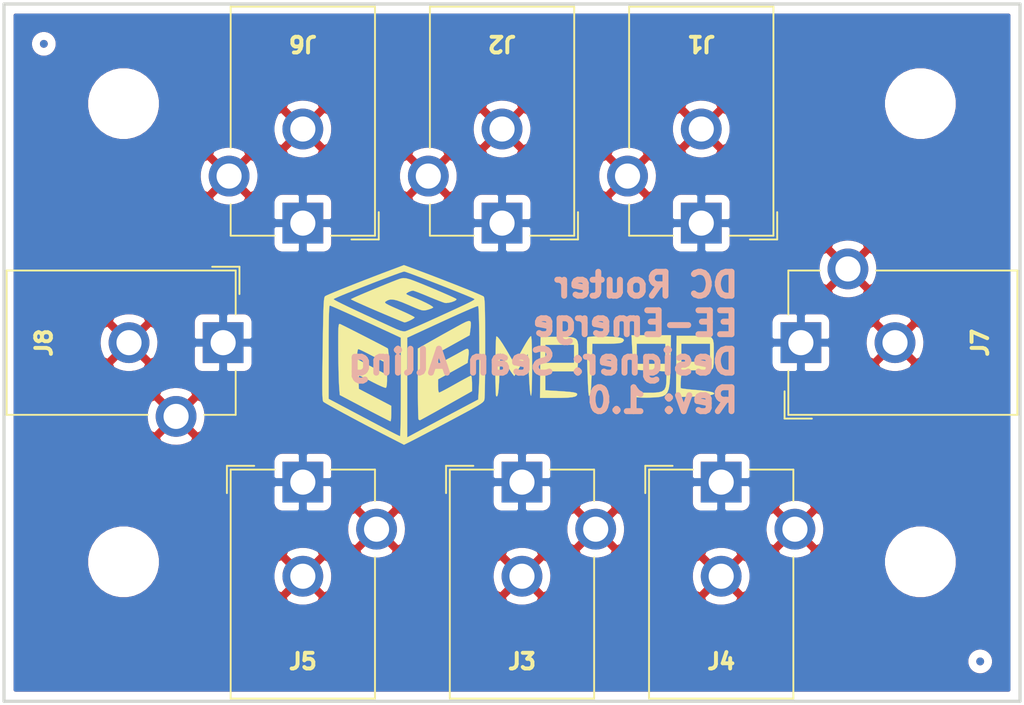
<source format=kicad_pcb>
(kicad_pcb (version 20171130) (host pcbnew "(5.1.5)-3")

  (general
    (thickness 1.6)
    (drawings 5)
    (tracks 0)
    (zones 0)
    (modules 17)
    (nets 3)
  )

  (page A4)
  (layers
    (0 F.Cu signal)
    (31 B.Cu signal)
    (32 B.Adhes user)
    (33 F.Adhes user hide)
    (34 B.Paste user hide)
    (35 F.Paste user hide)
    (36 B.SilkS user)
    (37 F.SilkS user)
    (38 B.Mask user)
    (39 F.Mask user hide)
    (40 Dwgs.User user)
    (41 Cmts.User user hide)
    (42 Eco1.User user hide)
    (43 Eco2.User user)
    (44 Edge.Cuts user)
    (45 Margin user)
    (46 B.CrtYd user)
    (47 F.CrtYd user hide)
    (48 B.Fab user hide)
    (49 F.Fab user hide)
  )

  (setup
    (last_trace_width 0.2032)
    (user_trace_width 0.2032)
    (trace_clearance 0.2)
    (zone_clearance 0.508)
    (zone_45_only no)
    (trace_min 0.2)
    (via_size 0.8)
    (via_drill 0.4)
    (via_min_size 0.4)
    (via_min_drill 0.3)
    (uvia_size 0.3)
    (uvia_drill 0.1)
    (uvias_allowed no)
    (uvia_min_size 0.2)
    (uvia_min_drill 0.1)
    (edge_width 0.05)
    (segment_width 0.2)
    (pcb_text_width 0.3)
    (pcb_text_size 1.5 1.5)
    (mod_edge_width 0.12)
    (mod_text_size 1 1)
    (mod_text_width 0.15)
    (pad_size 1.524 1.524)
    (pad_drill 0.762)
    (pad_to_mask_clearance 0.051)
    (solder_mask_min_width 0.25)
    (aux_axis_origin 0 0)
    (visible_elements FFFFFF7F)
    (pcbplotparams
      (layerselection 0x010fc_ffffffff)
      (usegerberextensions false)
      (usegerberattributes false)
      (usegerberadvancedattributes false)
      (creategerberjobfile false)
      (excludeedgelayer true)
      (linewidth 0.100000)
      (plotframeref false)
      (viasonmask false)
      (mode 1)
      (useauxorigin false)
      (hpglpennumber 1)
      (hpglpenspeed 20)
      (hpglpendiameter 15.000000)
      (psnegative false)
      (psa4output false)
      (plotreference true)
      (plotvalue true)
      (plotinvisibletext false)
      (padsonsilk false)
      (subtractmaskfromsilk false)
      (outputformat 1)
      (mirror false)
      (drillshape 1)
      (scaleselection 1)
      (outputdirectory ""))
  )

  (net 0 "")
  (net 1 GND)
  (net 2 VBUS)

  (net_class Default "This is the default net class."
    (clearance 0.2)
    (trace_width 0.25)
    (via_dia 0.8)
    (via_drill 0.4)
    (uvia_dia 0.3)
    (uvia_drill 0.1)
    (add_net GND)
    (add_net VBUS)
  )

  (module Hardware:EE-EmergeLogo (layer F.Cu) (tedit 0) (tstamp 5E5B52F5)
    (at 139.7 100.33)
    (fp_text reference G*** (at 0 0) (layer F.SilkS) hide
      (effects (font (size 1.524 1.524) (thickness 0.3)))
    )
    (fp_text value LOGO (at 0.75 0) (layer F.SilkS) hide
      (effects (font (size 1.524 1.524) (thickness 0.3)))
    )
    (fp_poly (pts (xy -7.37602 -4.100815) (xy -7.135488 -4.03577) (xy -6.959859 -3.973741) (xy -6.699853 -3.873366)
      (xy -6.377384 -3.743931) (xy -6.014367 -3.594725) (xy -5.632718 -3.435036) (xy -5.254352 -3.274149)
      (xy -4.901185 -3.121354) (xy -4.595131 -2.985937) (xy -4.358106 -2.877185) (xy -4.212025 -2.804387)
      (xy -4.177529 -2.782223) (xy -4.189352 -2.724762) (xy -4.297766 -2.658316) (xy -4.465578 -2.595177)
      (xy -4.655595 -2.547636) (xy -4.830623 -2.527983) (xy -4.920984 -2.536537) (xy -5.050349 -2.579346)
      (xy -5.275334 -2.664149) (xy -5.567006 -2.779663) (xy -5.896436 -2.914604) (xy -5.983604 -2.951018)
      (xy -6.307271 -3.084251) (xy -6.590213 -3.195978) (xy -6.807142 -3.276566) (xy -6.932767 -3.316378)
      (xy -6.949296 -3.318934) (xy -7.076847 -3.292515) (xy -7.227945 -3.23066) (xy -7.347344 -3.159468)
      (xy -7.382934 -3.114064) (xy -7.325251 -3.065208) (xy -7.177718 -2.992424) (xy -7.0612 -2.94532)
      (xy -6.717716 -2.809003) (xy -6.389692 -2.666234) (xy -6.098365 -2.527739) (xy -5.864973 -2.404243)
      (xy -5.710751 -2.30647) (xy -5.656936 -2.245146) (xy -5.660408 -2.237874) (xy -5.760191 -2.183824)
      (xy -5.938718 -2.12007) (xy -6.028267 -2.094357) (xy -6.152263 -2.064657) (xy -6.262177 -2.054141)
      (xy -6.383542 -2.069386) (xy -6.541892 -2.116973) (xy -6.76276 -2.203477) (xy -7.071681 -2.335478)
      (xy -7.227491 -2.403305) (xy -7.643415 -2.577822) (xy -7.96211 -2.691963) (xy -8.205934 -2.748999)
      (xy -8.397244 -2.752197) (xy -8.558397 -2.704826) (xy -8.700291 -2.618627) (xy -8.734221 -2.580045)
      (xy -8.720091 -2.535711) (xy -8.642846 -2.476615) (xy -8.487425 -2.393743) (xy -8.238771 -2.278085)
      (xy -7.881825 -2.12063) (xy -7.831526 -2.098727) (xy -7.495833 -1.949212) (xy -7.208847 -1.814777)
      (xy -6.991538 -1.70578) (xy -6.864879 -1.632579) (xy -6.841067 -1.609528) (xy -6.896916 -1.55257)
      (xy -7.034371 -1.470062) (xy -7.208293 -1.38428) (xy -7.373546 -1.317498) (xy -7.484534 -1.291978)
      (xy -7.562509 -1.318234) (xy -7.747941 -1.391214) (xy -8.023923 -1.503937) (xy -8.373545 -1.649425)
      (xy -8.779898 -1.820697) (xy -9.226072 -2.010775) (xy -9.228667 -2.011887) (xy -9.671299 -2.202887)
      (xy -10.070023 -2.377749) (xy -10.40874 -2.529185) (xy -10.671354 -2.649907) (xy -10.841765 -2.732627)
      (xy -10.903876 -2.770056) (xy -10.903902 -2.77033) (xy -10.844098 -2.805453) (xy -10.678911 -2.882493)
      (xy -10.428702 -2.992975) (xy -10.113833 -3.12842) (xy -9.754666 -3.280355) (xy -9.371562 -3.440301)
      (xy -8.984882 -3.599784) (xy -8.614989 -3.750326) (xy -8.282243 -3.883453) (xy -8.007007 -3.990686)
      (xy -7.809641 -4.063551) (xy -7.748815 -4.083746) (xy -7.569902 -4.11788) (xy -7.37602 -4.100815)) (layer F.SilkS) (width 0.01))
    (fp_poly (pts (xy -11.601654 -1.191289) (xy -11.599334 -1.190567) (xy -11.519216 -1.153788) (xy -11.339983 -1.065528)
      (xy -11.081888 -0.93615) (xy -10.765185 -0.776014) (xy -10.410128 -0.595483) (xy -10.036971 -0.404917)
      (xy -9.665969 -0.214679) (xy -9.317373 -0.035129) (xy -9.01144 0.12337) (xy -8.768422 0.250458)
      (xy -8.608573 0.335773) (xy -8.553012 0.367876) (xy -8.531314 0.443818) (xy -8.511503 0.60833)
      (xy -8.495681 0.820757) (xy -8.485951 1.040448) (xy -8.484417 1.226748) (xy -8.493182 1.339006)
      (xy -8.501967 1.354666) (xy -8.578209 1.324763) (xy -8.75185 1.24238) (xy -9.000613 1.118512)
      (xy -9.302219 0.964149) (xy -9.462885 0.880533) (xy -9.783215 0.71507) (xy -10.06265 0.574763)
      (xy -10.278615 0.470638) (xy -10.408532 0.413718) (xy -10.433859 0.406399) (xy -10.47156 0.467159)
      (xy -10.49493 0.621812) (xy -10.498667 0.729791) (xy -10.498667 1.053182) (xy -9.550401 1.555457)
      (xy -8.602134 2.057731) (xy -8.602134 2.447268) (xy -8.613296 2.66566) (xy -8.64214 2.824957)
      (xy -8.671326 2.879568) (xy -8.753961 2.865672) (xy -8.930832 2.797281) (xy -9.177384 2.685013)
      (xy -9.469063 2.539485) (xy -9.523597 2.511032) (xy -9.82104 2.357307) (xy -10.076993 2.229713)
      (xy -10.266853 2.140177) (xy -10.366016 2.100627) (xy -10.372037 2.099733) (xy -10.404059 2.161779)
      (xy -10.419583 2.32643) (xy -10.417233 2.523066) (xy -10.397067 2.9464) (xy -9.364134 3.486511)
      (xy -8.3312 4.026623) (xy -8.3312 4.519445) (xy -8.337602 4.758109) (xy -8.354496 4.932965)
      (xy -8.378422 5.010465) (xy -8.382 5.01164) (xy -8.453196 4.981145) (xy -8.627899 4.895519)
      (xy -8.889901 4.763027) (xy -9.222992 4.591937) (xy -9.610964 4.390515) (xy -10.024534 4.173906)
      (xy -11.616267 3.336799) (xy -11.659895 2.735199) (xy -11.672644 2.493383) (xy -11.684548 2.144089)
      (xy -11.694986 1.715307) (xy -11.703335 1.235027) (xy -11.70897 0.731239) (xy -11.710695 0.452635)
      (xy -11.712377 -0.067514) (xy -11.711743 -0.467389) (xy -11.707763 -0.762175) (xy -11.699408 -0.967059)
      (xy -11.685648 -1.097226) (xy -11.665456 -1.167863) (xy -11.637801 -1.194156) (xy -11.601654 -1.191289)) (layer F.SilkS) (width 0.01))
    (fp_poly (pts (xy -3.297831 -1.369016) (xy -3.257466 -1.275177) (xy -3.259259 -1.101966) (xy -3.287955 -0.84701)
      (xy -3.334282 -0.476219) (xy -4.341186 0.083623) (xy -5.348091 0.643466) (xy -5.349512 1.005103)
      (xy -5.350934 1.366741) (xy -4.690534 1.014412) (xy -4.385946 0.850554) (xy -4.093459 0.69085)
      (xy -3.853455 0.557464) (xy -3.742548 0.494103) (xy -3.561885 0.4031) (xy -3.450181 0.394141)
      (xy -3.397299 0.480386) (xy -3.393106 0.674995) (xy -3.417782 0.915833) (xy -3.464232 1.287606)
      (xy -5.347688 2.3368) (xy -5.349311 2.760133) (xy -5.340225 2.984937) (xy -5.314539 3.136771)
      (xy -5.283084 3.183466) (xy -5.20388 3.151557) (xy -5.028628 3.06336) (xy -4.778684 2.930174)
      (xy -4.475402 2.763297) (xy -4.258877 2.6416) (xy -3.933019 2.458953) (xy -3.64735 2.302577)
      (xy -3.423005 2.183744) (xy -3.28112 2.113727) (xy -3.242993 2.099733) (xy -3.214222 2.161857)
      (xy -3.193092 2.325887) (xy -3.183631 2.558312) (xy -3.183467 2.59516) (xy -3.183467 3.090587)
      (xy -4.829157 4.01756) (xy -5.258127 4.258481) (xy -5.648008 4.476098) (xy -5.983422 4.661935)
      (xy -6.248991 4.807518) (xy -6.429337 4.904372) (xy -6.509081 4.944021) (xy -6.511202 4.944533)
      (xy -6.587069 4.904761) (xy -6.592712 4.899377) (xy -6.60351 4.82317) (xy -6.613349 4.627689)
      (xy -6.621911 4.329127) (xy -6.628882 3.943675) (xy -6.633946 3.487526) (xy -6.636786 2.976871)
      (xy -6.637288 2.613377) (xy -6.636709 0.372533) (xy -5.841421 -0.078198) (xy -5.458673 -0.294073)
      (xy -5.013852 -0.543324) (xy -4.563693 -0.794241) (xy -4.185303 -1.003875) (xy -3.824092 -1.200913)
      (xy -3.565923 -1.329223) (xy -3.395577 -1.386145) (xy -3.297831 -1.369016)) (layer F.SilkS) (width 0.01))
    (fp_poly (pts (xy 5.411596 -0.397544) (xy 5.773863 -0.378718) (xy 5.983569 -0.361688) (xy 6.283375 -0.314749)
      (xy 6.457713 -0.243775) (xy 6.503713 -0.1511) (xy 6.418508 -0.039054) (xy 6.398859 -0.024072)
      (xy 6.292063 0.018251) (xy 6.09721 0.046713) (xy 5.79859 0.062734) (xy 5.382483 0.067733)
      (xy 4.491658 0.067733) (xy 4.451448 1.608891) (xy 4.435651 2.157129) (xy 4.419321 2.583902)
      (xy 4.401016 2.903208) (xy 4.379299 3.129043) (xy 4.352727 3.275407) (xy 4.319861 3.356297)
      (xy 4.279262 3.38571) (xy 4.268552 3.386666) (xy 4.253098 3.321859) (xy 4.235784 3.139087)
      (xy 4.217582 2.855819) (xy 4.199467 2.489526) (xy 4.18241 2.057681) (xy 4.167385 1.577753)
      (xy 4.166984 1.563072) (xy 4.155439 1.077396) (xy 4.148143 0.635019) (xy 4.14514 0.254346)
      (xy 4.146475 -0.046217) (xy 4.152193 -0.248264) (xy 4.162338 -0.333389) (xy 4.162382 -0.333461)
      (xy 4.248466 -0.365997) (xy 4.443072 -0.389085) (xy 4.719558 -0.402315) (xy 5.05128 -0.405272)
      (xy 5.411596 -0.397544)) (layer F.SilkS) (width 0.01))
    (fp_poly (pts (xy 11.703943 -0.431245) (xy 11.937338 -0.39644) (xy 12.088547 -0.320526) (xy 12.175288 -0.187816)
      (xy 12.215277 0.017373) (xy 12.226231 0.310728) (xy 12.225867 0.707933) (xy 12.225866 0.716089)
      (xy 12.223118 1.10035) (xy 12.213446 1.369874) (xy 12.194707 1.545306) (xy 12.164756 1.647293)
      (xy 12.124266 1.694766) (xy 12.021679 1.718489) (xy 11.811944 1.738417) (xy 11.523367 1.752745)
      (xy 11.184252 1.75967) (xy 11.100079 1.760029) (xy 10.177492 1.761066) (xy 10.129692 2.309035)
      (xy 10.11252 2.568687) (xy 10.109188 2.773744) (xy 10.119938 2.889144) (xy 10.125607 2.900718)
      (xy 10.205387 2.921077) (xy 10.395127 2.947438) (xy 10.669615 2.976912) (xy 11.003636 3.006609)
      (xy 11.148152 3.017894) (xy 11.624977 3.063106) (xy 11.968624 3.115228) (xy 12.181037 3.171486)
      (xy 12.264156 3.229104) (xy 12.219925 3.285307) (xy 12.050285 3.337322) (xy 11.75718 3.382372)
      (xy 11.342552 3.417683) (xy 10.853216 3.439247) (xy 9.819232 3.468923) (xy 9.850525 0.067733)
      (xy 10.16 0.067733) (xy 10.16 1.219199) (xy 11.9888 1.219199) (xy 11.9888 0.067733)
      (xy 10.16 0.067733) (xy 9.850525 0.067733) (xy 9.8552 -0.440267) (xy 10.919728 -0.440267)
      (xy 11.370645 -0.440626) (xy 11.703943 -0.431245)) (layer F.SilkS) (width 0.01))
    (fp_poly (pts (xy 0.59737 -0.350772) (xy 0.615117 -0.148938) (xy 0.628758 0.176025) (xy 0.638075 0.617972)
      (xy 0.64285 1.170759) (xy 0.643466 1.490133) (xy 0.641077 2.102453) (xy 0.634029 2.601804)
      (xy 0.6225 2.983176) (xy 0.60667 3.24156) (xy 0.586717 3.371945) (xy 0.575733 3.387594)
      (xy 0.546692 3.323198) (xy 0.517336 3.140996) (xy 0.489699 2.858629) (xy 0.465815 2.493738)
      (xy 0.460518 2.388528) (xy 0.441869 2.001794) (xy 0.423594 1.633491) (xy 0.40749 1.319088)
      (xy 0.39535 1.094055) (xy 0.392785 1.049866) (xy 0.372533 0.711199) (xy 0.135466 1.093984)
      (xy -0.027837 1.359973) (xy -0.197424 1.639742) (xy -0.295327 1.803362) (xy -0.489054 2.129955)
      (xy -0.618722 1.969821) (xy -0.707765 1.840856) (xy -0.838696 1.628208) (xy -0.989781 1.367793)
      (xy -1.068462 1.226577) (xy -1.388534 0.643466) (xy -1.434937 1.945489) (xy -1.457126 2.473902)
      (xy -1.482232 2.876385) (xy -1.511628 3.162468) (xy -1.546688 3.341678) (xy -1.588787 3.423544)
      (xy -1.639298 3.417594) (xy -1.646286 3.411137) (xy -1.661868 3.33101) (xy -1.674261 3.138934)
      (xy -1.683557 2.855739) (xy -1.68985 2.502253) (xy -1.693236 2.099306) (xy -1.693808 1.667727)
      (xy -1.691659 1.228345) (xy -1.686885 0.801988) (xy -1.679579 0.409488) (xy -1.669835 0.071671)
      (xy -1.657747 -0.190631) (xy -1.643409 -0.356591) (xy -1.629048 -0.4064) (xy -1.54606 -0.355069)
      (xy -1.415778 -0.197933) (xy -1.234886 0.069718) (xy -1.000068 0.452596) (xy -0.875243 0.664909)
      (xy -0.734061 0.911656) (xy -0.628473 1.083516) (xy -0.542676 1.174594) (xy -0.460869 1.178997)
      (xy -0.367249 1.090833) (xy -0.246017 0.904207) (xy -0.08137 0.613226) (xy 0.090288 0.304799)
      (xy 0.253282 0.024353) (xy 0.397663 -0.205096) (xy 0.50882 -0.361627) (xy 0.572137 -0.42332)
      (xy 0.575733 -0.423334) (xy 0.59737 -0.350772)) (layer F.SilkS) (width 0.01))
    (fp_poly (pts (xy 9.469557 1.168399) (xy 9.456364 1.786228) (xy 9.437282 2.282236) (xy 9.404469 2.670057)
      (xy 9.350084 2.963323) (xy 9.266285 3.175668) (xy 9.145231 3.320723) (xy 8.979082 3.412121)
      (xy 8.759995 3.463495) (xy 8.48013 3.488478) (xy 8.131645 3.500702) (xy 8.128 3.500801)
      (xy 7.802235 3.503688) (xy 7.514348 3.495483) (xy 7.298458 3.477813) (xy 7.196666 3.456404)
      (xy 7.079059 3.367697) (xy 7.044266 3.286447) (xy 7.061464 3.243267) (xy 7.12673 3.21436)
      (xy 7.260574 3.197527) (xy 7.483504 3.190573) (xy 7.816028 3.1913) (xy 7.921736 3.192461)
      (xy 8.369927 3.191114) (xy 8.700721 3.165649) (xy 8.931775 3.102517) (xy 9.080746 2.988168)
      (xy 9.165292 2.809052) (xy 9.203068 2.551619) (xy 9.211733 2.202515) (xy 9.211733 1.848098)
      (xy 8.795397 1.804582) (xy 8.477059 1.779456) (xy 8.127907 1.763737) (xy 7.957197 1.761066)
      (xy 7.693225 1.754311) (xy 7.452806 1.736873) (xy 7.328249 1.719649) (xy 7.251363 1.700554)
      (xy 7.192284 1.666585) (xy 7.147497 1.600546) (xy 7.113488 1.485237) (xy 7.086741 1.30346)
      (xy 7.063742 1.038016) (xy 7.040975 0.671706) (xy 7.014927 0.187334) (xy 7.01487 0.186266)
      (xy 7.008641 0.067733) (xy 7.3152 0.067733) (xy 7.3152 1.354666) (xy 9.144 1.354666)
      (xy 9.144 0.067733) (xy 7.3152 0.067733) (xy 7.008641 0.067733) (xy 6.980162 -0.474134)
      (xy 9.500475 -0.474134) (xy 9.469557 1.168399)) (layer F.SilkS) (width 0.01))
    (fp_poly (pts (xy 2.713755 -0.371537) (xy 3.051451 -0.358963) (xy 3.288942 -0.320433) (xy 3.443844 -0.241569)
      (xy 3.533774 -0.107993) (xy 3.576348 0.094673) (xy 3.589183 0.380805) (xy 3.589866 0.714294)
      (xy 3.584143 1.040768) (xy 3.568644 1.332151) (xy 3.545876 1.552741) (xy 3.523809 1.655057)
      (xy 3.457752 1.828799) (xy 1.490133 1.828799) (xy 1.490133 3.034964) (xy 2.218266 3.077458)
      (xy 2.678823 3.106439) (xy 3.020291 3.133819) (xy 3.258983 3.162269) (xy 3.411209 3.194458)
      (xy 3.493281 3.233057) (xy 3.52151 3.280735) (xy 3.522133 3.290893) (xy 3.488842 3.373827)
      (xy 3.380313 3.436007) (xy 3.183565 3.479641) (xy 2.885612 3.506936) (xy 2.473473 3.5201)
      (xy 2.162018 3.522133) (xy 1.149389 3.522133) (xy 1.167361 1.574799) (xy 1.180644 0.135466)
      (xy 1.490133 0.135466) (xy 1.490133 1.286933) (xy 3.318933 1.286933) (xy 3.318933 0.135466)
      (xy 1.490133 0.135466) (xy 1.180644 0.135466) (xy 1.185333 -0.372534) (xy 2.258239 -0.372534)
      (xy 2.713755 -0.371537)) (layer F.SilkS) (width 0.01))
    (fp_poly (pts (xy -6.692038 -4.635544) (xy -6.158292 -4.435753) (xy -5.608475 -4.226793) (xy -5.057847 -4.014746)
      (xy -4.521665 -3.805691) (xy -4.015187 -3.605712) (xy -3.553671 -3.420888) (xy -3.152375 -3.257301)
      (xy -2.826558 -3.121033) (xy -2.591476 -3.018164) (xy -2.462389 -2.954776) (xy -2.444764 -2.942755)
      (xy -2.42191 -2.90186) (xy -2.402835 -2.818901) (xy -2.387207 -2.682945) (xy -2.374693 -2.483063)
      (xy -2.364961 -2.208324) (xy -2.357679 -1.847798) (xy -2.352514 -1.390554) (xy -2.349135 -0.825662)
      (xy -2.347207 -0.142191) (xy -2.34665 0.283922) (xy -2.347127 0.930261) (xy -2.349629 1.540674)
      (xy -2.353951 2.100624) (xy -2.359887 2.595577) (xy -2.36723 3.010997) (xy -2.375776 3.332348)
      (xy -2.385318 3.545095) (xy -2.394037 3.629595) (xy -2.414723 3.689021) (xy -2.455213 3.749588)
      (xy -2.527362 3.818593) (xy -2.643025 3.90333) (xy -2.814055 4.011096) (xy -3.052308 4.149186)
      (xy -3.369638 4.324896) (xy -3.777899 4.545521) (xy -4.288947 4.818358) (xy -4.558017 4.961391)
      (xy -5.070277 5.233065) (xy -5.562585 5.493366) (xy -6.017626 5.733198) (xy -6.418088 5.943465)
      (xy -6.746656 6.115073) (xy -6.986017 6.238926) (xy -7.096882 6.295154) (xy -7.522029 6.506181)
      (xy -8.959548 5.768473) (xy -9.440095 5.520137) (xy -9.938868 5.259287) (xy -10.439896 4.99456)
      (xy -10.927203 4.734594) (xy -11.384816 4.488026) (xy -11.796763 4.263495) (xy -12.147068 4.069638)
      (xy -12.419758 3.915094) (xy -12.59886 3.808499) (xy -12.658515 3.768232) (xy -12.680223 3.733074)
      (xy -12.697722 3.658493) (xy -12.711159 3.533744) (xy -12.720682 3.348083) (xy -12.726438 3.090764)
      (xy -12.728575 2.751042) (xy -12.727241 2.318172) (xy -12.722583 1.781409) (xy -12.714749 1.130007)
      (xy -12.707421 0.604226) (xy -12.327467 0.604226) (xy -12.327467 3.579119) (xy -10.922001 4.32507)
      (xy -10.179154 4.718905) (xy -9.549284 5.051867) (xy -9.026058 5.327242) (xy -8.603142 5.548316)
      (xy -8.274203 5.718376) (xy -8.032908 5.840706) (xy -7.872924 5.918594) (xy -7.787918 5.955325)
      (xy -7.7724 5.959303) (xy -7.762084 5.894046) (xy -7.75247 5.706635) (xy -7.743774 5.410385)
      (xy -7.736212 5.018607) (xy -7.729999 4.544615) (xy -7.72535 4.001721) (xy -7.722482 3.403239)
      (xy -7.7216 2.82119) (xy -7.7216 -0.318154) (xy -7.722285 -0.318472) (xy -7.3152 -0.318472)
      (xy -7.3152 6.03442) (xy -6.5532 5.623921) (xy -6.268627 5.471198) (xy -5.893187 5.270569)
      (xy -5.455778 5.037429) (xy -4.985302 4.787175) (xy -4.510658 4.535202) (xy -4.290614 4.418577)
      (xy -2.790027 3.623733) (xy -2.741791 2.731496) (xy -2.73055 2.445672) (xy -2.722446 2.07634)
      (xy -2.717303 1.641545) (xy -2.714942 1.159334) (xy -2.715187 0.64775) (xy -2.717859 0.124841)
      (xy -2.722782 -0.39135) (xy -2.729777 -0.882776) (xy -2.738668 -1.331392) (xy -2.749276 -1.719153)
      (xy -2.761424 -2.028013) (xy -2.774934 -2.239927) (xy -2.78963 -2.336849) (xy -2.791686 -2.340131)
      (xy -2.861509 -2.323217) (xy -3.040039 -2.254877) (xy -3.31331 -2.141149) (xy -3.667356 -1.988071)
      (xy -4.088212 -1.801683) (xy -4.561909 -1.588024) (xy -5.074483 -1.353132) (xy -5.076392 -1.35225)
      (xy -7.3152 -0.318472) (xy -7.722285 -0.318472) (xy -8.415867 -0.640166) (xy -9.123001 -0.967324)
      (xy -9.782555 -1.270858) (xy -10.384895 -1.546425) (xy -10.92039 -1.789686) (xy -11.379405 -1.996299)
      (xy -11.752308 -2.161923) (xy -12.029467 -2.282219) (xy -12.201247 -2.352845) (xy -12.256233 -2.370667)
      (xy -12.275605 -2.312179) (xy -12.291801 -2.134861) (xy -12.304887 -1.83593) (xy -12.31493 -1.412603)
      (xy -12.321997 -0.862099) (xy -12.326153 -0.181635) (xy -12.327467 0.604226) (xy -12.707421 0.604226)
      (xy -12.704676 0.407309) (xy -12.69318 -0.353876) (xy -12.682422 -0.990758) (xy -12.67189 -1.514497)
      (xy -12.661069 -1.936251) (xy -12.649445 -2.267179) (xy -12.636506 -2.518439) (xy -12.621738 -2.701192)
      (xy -12.610773 -2.781554) (xy -12.009624 -2.781554) (xy -11.986958 -2.752389) (xy -11.88715 -2.690473)
      (xy -11.704815 -2.593226) (xy -11.434567 -2.458065) (xy -11.071021 -2.28241) (xy -10.608792 -2.063678)
      (xy -10.042495 -1.799289) (xy -9.366745 -1.486661) (xy -8.576155 -1.123212) (xy -7.992534 -0.855931)
      (xy -7.739899 -0.759845) (xy -7.53196 -0.71688) (xy -7.454933 -0.71977) (xy -7.347976 -0.756864)
      (xy -7.137562 -0.842338) (xy -6.843225 -0.967788) (xy -6.4845 -1.124814) (xy -6.080922 -1.305012)
      (xy -5.829333 -1.418955) (xy -5.154625 -1.726518) (xy -4.593665 -1.98327) (xy -4.136663 -2.193986)
      (xy -3.773826 -2.363439) (xy -3.495365 -2.496402) (xy -3.291489 -2.59765) (xy -3.152408 -2.671954)
      (xy -3.068331 -2.72409) (xy -3.029466 -2.75883) (xy -3.026024 -2.780948) (xy -3.028815 -2.784367)
      (xy -3.107629 -2.825467) (xy -3.295191 -2.907579) (xy -3.573583 -3.023687) (xy -3.924886 -3.166776)
      (xy -4.331181 -3.329828) (xy -4.77455 -3.505829) (xy -5.237074 -3.687761) (xy -5.700834 -3.86861)
      (xy -6.147912 -4.041359) (xy -6.560388 -4.198991) (xy -6.920345 -4.334492) (xy -7.209864 -4.440844)
      (xy -7.411025 -4.511032) (xy -7.505911 -4.53804) (xy -7.507864 -4.538134) (xy -7.602442 -4.513899)
      (xy -7.804188 -4.445892) (xy -8.095041 -4.34116) (xy -8.456942 -4.20675) (xy -8.871832 -4.049708)
      (xy -9.321651 -3.877081) (xy -9.78834 -3.695917) (xy -10.253838 -3.513261) (xy -10.700087 -3.336161)
      (xy -11.109027 -3.171664) (xy -11.462598 -3.026816) (xy -11.742741 -2.908664) (xy -11.931395 -2.824256)
      (xy -12.009624 -2.781554) (xy -12.610773 -2.781554) (xy -12.604627 -2.826594) (xy -12.58466 -2.905805)
      (xy -12.561323 -2.949984) (xy -12.549648 -2.96136) (xy -12.453443 -3.011541) (xy -12.245215 -3.103724)
      (xy -11.939666 -3.232032) (xy -11.551501 -3.390592) (xy -11.095419 -3.57353) (xy -10.586125 -3.774971)
      (xy -10.03832 -3.989041) (xy -9.466706 -4.209865) (xy -8.885987 -4.431569) (xy -8.588571 -4.544019)
      (xy -7.525142 -4.94467) (xy -6.692038 -4.635544)) (layer F.SilkS) (width 0.01))
  )

  (module Connector_BarrelJack:BarrelJack_CUI_PJ-102AH_Horizontal (layer F.Cu) (tedit 5A1DBF38) (tstamp 5E5B50CB)
    (at 120.65 100.33 270)
    (descr "Thin-pin DC Barrel Jack, https://cdn-shop.adafruit.com/datasheets/21mmdcjackDatasheet.pdf")
    (tags "Power Jack")
    (path /5E5B4C52)
    (fp_text reference J8 (at 0 11.43 270) (layer F.SilkS)
      (effects (font (size 1 1) (thickness 0.25)))
    )
    (fp_text value Barrel_Jack_Switch (at -5.5 6.2) (layer F.Fab)
      (effects (font (size 1 1) (thickness 0.15)))
    )
    (fp_line (start -4.5 10.2) (end 4.5 10.2) (layer F.Fab) (width 0.1))
    (fp_line (start -3.5 -0.7) (end 4.5 -0.7) (layer F.Fab) (width 0.1))
    (fp_line (start -4.5 0.3) (end -3.5 -0.7) (layer F.Fab) (width 0.1))
    (fp_line (start -4.5 13.7) (end -4.5 0.3) (layer F.Fab) (width 0.1))
    (fp_line (start 4.5 13.7) (end -4.5 13.7) (layer F.Fab) (width 0.1))
    (fp_line (start 4.5 -0.7) (end 4.5 13.7) (layer F.Fab) (width 0.1))
    (fp_line (start -4.84 -1.04) (end -3.1 -1.04) (layer F.SilkS) (width 0.12))
    (fp_line (start -4.84 0.7) (end -4.84 -1.04) (layer F.SilkS) (width 0.12))
    (fp_line (start 4.6 -0.8) (end 4.6 1.2) (layer F.SilkS) (width 0.12))
    (fp_line (start 1.8 -0.8) (end 4.6 -0.8) (layer F.SilkS) (width 0.12))
    (fp_line (start -4.6 -0.8) (end -1.8 -0.8) (layer F.SilkS) (width 0.12))
    (fp_line (start -4.6 13.8) (end -4.6 -0.8) (layer F.SilkS) (width 0.12))
    (fp_line (start 4.6 13.8) (end -4.6 13.8) (layer F.SilkS) (width 0.12))
    (fp_line (start 4.6 4.8) (end 4.6 13.8) (layer F.SilkS) (width 0.12))
    (fp_line (start -1.8 -1.8) (end 1.8 -1.8) (layer F.CrtYd) (width 0.05))
    (fp_line (start -1.8 -1.2) (end -1.8 -1.8) (layer F.CrtYd) (width 0.05))
    (fp_line (start -5 -1.2) (end -1.8 -1.2) (layer F.CrtYd) (width 0.05))
    (fp_line (start -5 14.2) (end -5 -1.2) (layer F.CrtYd) (width 0.05))
    (fp_line (start 5 14.2) (end -5 14.2) (layer F.CrtYd) (width 0.05))
    (fp_line (start 5 4.8) (end 5 14.2) (layer F.CrtYd) (width 0.05))
    (fp_line (start 6.5 4.8) (end 5 4.8) (layer F.CrtYd) (width 0.05))
    (fp_line (start 6.5 1.2) (end 6.5 4.8) (layer F.CrtYd) (width 0.05))
    (fp_line (start 5 1.2) (end 6.5 1.2) (layer F.CrtYd) (width 0.05))
    (fp_line (start 5 -1.2) (end 5 1.2) (layer F.CrtYd) (width 0.05))
    (fp_line (start 1.8 -1.2) (end 5 -1.2) (layer F.CrtYd) (width 0.05))
    (fp_line (start 1.8 -1.8) (end 1.8 -1.2) (layer F.CrtYd) (width 0.05))
    (fp_text user %R (at 0 6.5 90) (layer F.Fab)
      (effects (font (size 1 1) (thickness 0.15)))
    )
    (pad 3 thru_hole circle (at 4.7 3 270) (size 2.6 2.6) (drill 1.6) (layers *.Cu *.Mask)
      (net 1 GND))
    (pad 2 thru_hole circle (at 0 6 270) (size 2.6 2.6) (drill 1.6) (layers *.Cu *.Mask)
      (net 1 GND))
    (pad 1 thru_hole rect (at 0 0 270) (size 2.6 2.6) (drill 1.6) (layers *.Cu *.Mask)
      (net 2 VBUS))
    (model ${MY_3DMODELS}/CUI_DEVICES_PJ-102AH.step
      (at (xyz 0 0 0))
      (scale (xyz 1 1 1))
      (rotate (xyz 0 0 0))
    )
  )

  (module Connector_BarrelJack:BarrelJack_CUI_PJ-102AH_Horizontal (layer F.Cu) (tedit 5A1DBF38) (tstamp 5E5B567F)
    (at 157.48 100.33 90)
    (descr "Thin-pin DC Barrel Jack, https://cdn-shop.adafruit.com/datasheets/21mmdcjackDatasheet.pdf")
    (tags "Power Jack")
    (path /5E5B4814)
    (fp_text reference J7 (at 0 11.43 90 unlocked) (layer F.SilkS)
      (effects (font (size 1 1) (thickness 0.25)))
    )
    (fp_text value Barrel_Jack_Switch (at -5.5 6.2) (layer F.Fab)
      (effects (font (size 1 1) (thickness 0.15)))
    )
    (fp_line (start -4.5 10.2) (end 4.5 10.2) (layer F.Fab) (width 0.1))
    (fp_line (start -3.5 -0.7) (end 4.5 -0.7) (layer F.Fab) (width 0.1))
    (fp_line (start -4.5 0.3) (end -3.5 -0.7) (layer F.Fab) (width 0.1))
    (fp_line (start -4.5 13.7) (end -4.5 0.3) (layer F.Fab) (width 0.1))
    (fp_line (start 4.5 13.7) (end -4.5 13.7) (layer F.Fab) (width 0.1))
    (fp_line (start 4.5 -0.7) (end 4.5 13.7) (layer F.Fab) (width 0.1))
    (fp_line (start -4.84 -1.04) (end -3.1 -1.04) (layer F.SilkS) (width 0.12))
    (fp_line (start -4.84 0.7) (end -4.84 -1.04) (layer F.SilkS) (width 0.12))
    (fp_line (start 4.6 -0.8) (end 4.6 1.2) (layer F.SilkS) (width 0.12))
    (fp_line (start 1.8 -0.8) (end 4.6 -0.8) (layer F.SilkS) (width 0.12))
    (fp_line (start -4.6 -0.8) (end -1.8 -0.8) (layer F.SilkS) (width 0.12))
    (fp_line (start -4.6 13.8) (end -4.6 -0.8) (layer F.SilkS) (width 0.12))
    (fp_line (start 4.6 13.8) (end -4.6 13.8) (layer F.SilkS) (width 0.12))
    (fp_line (start 4.6 4.8) (end 4.6 13.8) (layer F.SilkS) (width 0.12))
    (fp_line (start -1.8 -1.8) (end 1.8 -1.8) (layer F.CrtYd) (width 0.05))
    (fp_line (start -1.8 -1.2) (end -1.8 -1.8) (layer F.CrtYd) (width 0.05))
    (fp_line (start -5 -1.2) (end -1.8 -1.2) (layer F.CrtYd) (width 0.05))
    (fp_line (start -5 14.2) (end -5 -1.2) (layer F.CrtYd) (width 0.05))
    (fp_line (start 5 14.2) (end -5 14.2) (layer F.CrtYd) (width 0.05))
    (fp_line (start 5 4.8) (end 5 14.2) (layer F.CrtYd) (width 0.05))
    (fp_line (start 6.5 4.8) (end 5 4.8) (layer F.CrtYd) (width 0.05))
    (fp_line (start 6.5 1.2) (end 6.5 4.8) (layer F.CrtYd) (width 0.05))
    (fp_line (start 5 1.2) (end 6.5 1.2) (layer F.CrtYd) (width 0.05))
    (fp_line (start 5 -1.2) (end 5 1.2) (layer F.CrtYd) (width 0.05))
    (fp_line (start 1.8 -1.2) (end 5 -1.2) (layer F.CrtYd) (width 0.05))
    (fp_line (start 1.8 -1.8) (end 1.8 -1.2) (layer F.CrtYd) (width 0.05))
    (fp_text user %R (at 0 6.5 90) (layer F.Fab)
      (effects (font (size 1 1) (thickness 0.15)))
    )
    (pad 3 thru_hole circle (at 4.7 3 90) (size 2.6 2.6) (drill 1.6) (layers *.Cu *.Mask)
      (net 1 GND))
    (pad 2 thru_hole circle (at 0 6 90) (size 2.6 2.6) (drill 1.6) (layers *.Cu *.Mask)
      (net 1 GND))
    (pad 1 thru_hole rect (at 0 0 90) (size 2.6 2.6) (drill 1.6) (layers *.Cu *.Mask)
      (net 2 VBUS))
    (model ${MY_3DMODELS}/CUI_DEVICES_PJ-102AH.step
      (at (xyz 0 0 0))
      (scale (xyz 1 1 1))
      (rotate (xyz 0 0 0))
    )
  )

  (module Connector_BarrelJack:BarrelJack_CUI_PJ-102AH_Horizontal (layer F.Cu) (tedit 5A1DBF38) (tstamp 5E5B47D5)
    (at 125.73 92.71 180)
    (descr "Thin-pin DC Barrel Jack, https://cdn-shop.adafruit.com/datasheets/21mmdcjackDatasheet.pdf")
    (tags "Power Jack")
    (path /5E5B40C8)
    (fp_text reference J6 (at 0 11.43 180 unlocked) (layer F.SilkS)
      (effects (font (size 1 1) (thickness 0.25)))
    )
    (fp_text value Barrel_Jack_Switch (at -5.5 6.2 90) (layer F.Fab)
      (effects (font (size 1 1) (thickness 0.15)))
    )
    (fp_line (start -4.5 10.2) (end 4.5 10.2) (layer F.Fab) (width 0.1))
    (fp_line (start -3.5 -0.7) (end 4.5 -0.7) (layer F.Fab) (width 0.1))
    (fp_line (start -4.5 0.3) (end -3.5 -0.7) (layer F.Fab) (width 0.1))
    (fp_line (start -4.5 13.7) (end -4.5 0.3) (layer F.Fab) (width 0.1))
    (fp_line (start 4.5 13.7) (end -4.5 13.7) (layer F.Fab) (width 0.1))
    (fp_line (start 4.5 -0.7) (end 4.5 13.7) (layer F.Fab) (width 0.1))
    (fp_line (start -4.84 -1.04) (end -3.1 -1.04) (layer F.SilkS) (width 0.12))
    (fp_line (start -4.84 0.7) (end -4.84 -1.04) (layer F.SilkS) (width 0.12))
    (fp_line (start 4.6 -0.8) (end 4.6 1.2) (layer F.SilkS) (width 0.12))
    (fp_line (start 1.8 -0.8) (end 4.6 -0.8) (layer F.SilkS) (width 0.12))
    (fp_line (start -4.6 -0.8) (end -1.8 -0.8) (layer F.SilkS) (width 0.12))
    (fp_line (start -4.6 13.8) (end -4.6 -0.8) (layer F.SilkS) (width 0.12))
    (fp_line (start 4.6 13.8) (end -4.6 13.8) (layer F.SilkS) (width 0.12))
    (fp_line (start 4.6 4.8) (end 4.6 13.8) (layer F.SilkS) (width 0.12))
    (fp_line (start -1.8 -1.8) (end 1.8 -1.8) (layer F.CrtYd) (width 0.05))
    (fp_line (start -1.8 -1.2) (end -1.8 -1.8) (layer F.CrtYd) (width 0.05))
    (fp_line (start -5 -1.2) (end -1.8 -1.2) (layer F.CrtYd) (width 0.05))
    (fp_line (start -5 14.2) (end -5 -1.2) (layer F.CrtYd) (width 0.05))
    (fp_line (start 5 14.2) (end -5 14.2) (layer F.CrtYd) (width 0.05))
    (fp_line (start 5 4.8) (end 5 14.2) (layer F.CrtYd) (width 0.05))
    (fp_line (start 6.5 4.8) (end 5 4.8) (layer F.CrtYd) (width 0.05))
    (fp_line (start 6.5 1.2) (end 6.5 4.8) (layer F.CrtYd) (width 0.05))
    (fp_line (start 5 1.2) (end 6.5 1.2) (layer F.CrtYd) (width 0.05))
    (fp_line (start 5 -1.2) (end 5 1.2) (layer F.CrtYd) (width 0.05))
    (fp_line (start 1.8 -1.2) (end 5 -1.2) (layer F.CrtYd) (width 0.05))
    (fp_line (start 1.8 -1.8) (end 1.8 -1.2) (layer F.CrtYd) (width 0.05))
    (fp_text user %R (at 0 6.5) (layer F.Fab)
      (effects (font (size 1 1) (thickness 0.15)))
    )
    (pad 3 thru_hole circle (at 4.7 3 180) (size 2.6 2.6) (drill 1.6) (layers *.Cu *.Mask)
      (net 1 GND))
    (pad 2 thru_hole circle (at 0 6 180) (size 2.6 2.6) (drill 1.6) (layers *.Cu *.Mask)
      (net 1 GND))
    (pad 1 thru_hole rect (at 0 0 180) (size 2.6 2.6) (drill 1.6) (layers *.Cu *.Mask)
      (net 2 VBUS))
    (model ${MY_3DMODELS}/CUI_DEVICES_PJ-102AH.step
      (at (xyz 0 0 0))
      (scale (xyz 1 1 1))
      (rotate (xyz 0 0 0))
    )
  )

  (module Connector_BarrelJack:BarrelJack_CUI_PJ-102AH_Horizontal (layer F.Cu) (tedit 5A1DBF38) (tstamp 5E5B47B3)
    (at 125.73 109.22)
    (descr "Thin-pin DC Barrel Jack, https://cdn-shop.adafruit.com/datasheets/21mmdcjackDatasheet.pdf")
    (tags "Power Jack")
    (path /5E5B39B9)
    (fp_text reference J5 (at 0 11.43) (layer F.SilkS)
      (effects (font (size 1 1) (thickness 0.25)))
    )
    (fp_text value Barrel_Jack_Switch (at -5.5 6.2 90) (layer F.Fab)
      (effects (font (size 1 1) (thickness 0.15)))
    )
    (fp_line (start -4.5 10.2) (end 4.5 10.2) (layer F.Fab) (width 0.1))
    (fp_line (start -3.5 -0.7) (end 4.5 -0.7) (layer F.Fab) (width 0.1))
    (fp_line (start -4.5 0.3) (end -3.5 -0.7) (layer F.Fab) (width 0.1))
    (fp_line (start -4.5 13.7) (end -4.5 0.3) (layer F.Fab) (width 0.1))
    (fp_line (start 4.5 13.7) (end -4.5 13.7) (layer F.Fab) (width 0.1))
    (fp_line (start 4.5 -0.7) (end 4.5 13.7) (layer F.Fab) (width 0.1))
    (fp_line (start -4.84 -1.04) (end -3.1 -1.04) (layer F.SilkS) (width 0.12))
    (fp_line (start -4.84 0.7) (end -4.84 -1.04) (layer F.SilkS) (width 0.12))
    (fp_line (start 4.6 -0.8) (end 4.6 1.2) (layer F.SilkS) (width 0.12))
    (fp_line (start 1.8 -0.8) (end 4.6 -0.8) (layer F.SilkS) (width 0.12))
    (fp_line (start -4.6 -0.8) (end -1.8 -0.8) (layer F.SilkS) (width 0.12))
    (fp_line (start -4.6 13.8) (end -4.6 -0.8) (layer F.SilkS) (width 0.12))
    (fp_line (start 4.6 13.8) (end -4.6 13.8) (layer F.SilkS) (width 0.12))
    (fp_line (start 4.6 4.8) (end 4.6 13.8) (layer F.SilkS) (width 0.12))
    (fp_line (start -1.8 -1.8) (end 1.8 -1.8) (layer F.CrtYd) (width 0.05))
    (fp_line (start -1.8 -1.2) (end -1.8 -1.8) (layer F.CrtYd) (width 0.05))
    (fp_line (start -5 -1.2) (end -1.8 -1.2) (layer F.CrtYd) (width 0.05))
    (fp_line (start -5 14.2) (end -5 -1.2) (layer F.CrtYd) (width 0.05))
    (fp_line (start 5 14.2) (end -5 14.2) (layer F.CrtYd) (width 0.05))
    (fp_line (start 5 4.8) (end 5 14.2) (layer F.CrtYd) (width 0.05))
    (fp_line (start 6.5 4.8) (end 5 4.8) (layer F.CrtYd) (width 0.05))
    (fp_line (start 6.5 1.2) (end 6.5 4.8) (layer F.CrtYd) (width 0.05))
    (fp_line (start 5 1.2) (end 6.5 1.2) (layer F.CrtYd) (width 0.05))
    (fp_line (start 5 -1.2) (end 5 1.2) (layer F.CrtYd) (width 0.05))
    (fp_line (start 1.8 -1.2) (end 5 -1.2) (layer F.CrtYd) (width 0.05))
    (fp_line (start 1.8 -1.8) (end 1.8 -1.2) (layer F.CrtYd) (width 0.05))
    (fp_text user %R (at 0 6.5) (layer F.Fab)
      (effects (font (size 1 1) (thickness 0.15)))
    )
    (pad 3 thru_hole circle (at 4.7 3) (size 2.6 2.6) (drill 1.6) (layers *.Cu *.Mask)
      (net 1 GND))
    (pad 2 thru_hole circle (at 0 6) (size 2.6 2.6) (drill 1.6) (layers *.Cu *.Mask)
      (net 1 GND))
    (pad 1 thru_hole rect (at 0 0) (size 2.6 2.6) (drill 1.6) (layers *.Cu *.Mask)
      (net 2 VBUS))
    (model ${MY_3DMODELS}/CUI_DEVICES_PJ-102AH.step
      (at (xyz 0 0 0))
      (scale (xyz 1 1 1))
      (rotate (xyz 0 0 0))
    )
  )

  (module Connector_BarrelJack:BarrelJack_CUI_PJ-102AH_Horizontal (layer F.Cu) (tedit 5A1DBF38) (tstamp 5E5B4791)
    (at 152.4 109.22)
    (descr "Thin-pin DC Barrel Jack, https://cdn-shop.adafruit.com/datasheets/21mmdcjackDatasheet.pdf")
    (tags "Power Jack")
    (path /5E5B2F5B)
    (fp_text reference J4 (at 0 11.43) (layer F.SilkS)
      (effects (font (size 1 1) (thickness 0.25)))
    )
    (fp_text value Barrel_Jack_Switch (at -5.5 6.2 90) (layer F.Fab)
      (effects (font (size 1 1) (thickness 0.15)))
    )
    (fp_line (start -4.5 10.2) (end 4.5 10.2) (layer F.Fab) (width 0.1))
    (fp_line (start -3.5 -0.7) (end 4.5 -0.7) (layer F.Fab) (width 0.1))
    (fp_line (start -4.5 0.3) (end -3.5 -0.7) (layer F.Fab) (width 0.1))
    (fp_line (start -4.5 13.7) (end -4.5 0.3) (layer F.Fab) (width 0.1))
    (fp_line (start 4.5 13.7) (end -4.5 13.7) (layer F.Fab) (width 0.1))
    (fp_line (start 4.5 -0.7) (end 4.5 13.7) (layer F.Fab) (width 0.1))
    (fp_line (start -4.84 -1.04) (end -3.1 -1.04) (layer F.SilkS) (width 0.12))
    (fp_line (start -4.84 0.7) (end -4.84 -1.04) (layer F.SilkS) (width 0.12))
    (fp_line (start 4.6 -0.8) (end 4.6 1.2) (layer F.SilkS) (width 0.12))
    (fp_line (start 1.8 -0.8) (end 4.6 -0.8) (layer F.SilkS) (width 0.12))
    (fp_line (start -4.6 -0.8) (end -1.8 -0.8) (layer F.SilkS) (width 0.12))
    (fp_line (start -4.6 13.8) (end -4.6 -0.8) (layer F.SilkS) (width 0.12))
    (fp_line (start 4.6 13.8) (end -4.6 13.8) (layer F.SilkS) (width 0.12))
    (fp_line (start 4.6 4.8) (end 4.6 13.8) (layer F.SilkS) (width 0.12))
    (fp_line (start -1.8 -1.8) (end 1.8 -1.8) (layer F.CrtYd) (width 0.05))
    (fp_line (start -1.8 -1.2) (end -1.8 -1.8) (layer F.CrtYd) (width 0.05))
    (fp_line (start -5 -1.2) (end -1.8 -1.2) (layer F.CrtYd) (width 0.05))
    (fp_line (start -5 14.2) (end -5 -1.2) (layer F.CrtYd) (width 0.05))
    (fp_line (start 5 14.2) (end -5 14.2) (layer F.CrtYd) (width 0.05))
    (fp_line (start 5 4.8) (end 5 14.2) (layer F.CrtYd) (width 0.05))
    (fp_line (start 6.5 4.8) (end 5 4.8) (layer F.CrtYd) (width 0.05))
    (fp_line (start 6.5 1.2) (end 6.5 4.8) (layer F.CrtYd) (width 0.05))
    (fp_line (start 5 1.2) (end 6.5 1.2) (layer F.CrtYd) (width 0.05))
    (fp_line (start 5 -1.2) (end 5 1.2) (layer F.CrtYd) (width 0.05))
    (fp_line (start 1.8 -1.2) (end 5 -1.2) (layer F.CrtYd) (width 0.05))
    (fp_line (start 1.8 -1.8) (end 1.8 -1.2) (layer F.CrtYd) (width 0.05))
    (fp_text user %R (at 0 6.5) (layer F.Fab)
      (effects (font (size 1 1) (thickness 0.15)))
    )
    (pad 3 thru_hole circle (at 4.7 3) (size 2.6 2.6) (drill 1.6) (layers *.Cu *.Mask)
      (net 1 GND))
    (pad 2 thru_hole circle (at 0 6) (size 2.6 2.6) (drill 1.6) (layers *.Cu *.Mask)
      (net 1 GND))
    (pad 1 thru_hole rect (at 0 0) (size 2.6 2.6) (drill 1.6) (layers *.Cu *.Mask)
      (net 2 VBUS))
    (model ${MY_3DMODELS}/CUI_DEVICES_PJ-102AH.step
      (at (xyz 0 0 0))
      (scale (xyz 1 1 1))
      (rotate (xyz 0 0 0))
    )
  )

  (module Connector_BarrelJack:BarrelJack_CUI_PJ-102AH_Horizontal (layer F.Cu) (tedit 5A1DBF38) (tstamp 5E5B476F)
    (at 139.7 109.22)
    (descr "Thin-pin DC Barrel Jack, https://cdn-shop.adafruit.com/datasheets/21mmdcjackDatasheet.pdf")
    (tags "Power Jack")
    (path /5E5B118A)
    (fp_text reference J3 (at 0 11.43) (layer F.SilkS)
      (effects (font (size 1 1) (thickness 0.25)))
    )
    (fp_text value Barrel_Jack_Switch (at -5.5 6.2 90) (layer F.Fab)
      (effects (font (size 1 1) (thickness 0.15)))
    )
    (fp_line (start -4.5 10.2) (end 4.5 10.2) (layer F.Fab) (width 0.1))
    (fp_line (start -3.5 -0.7) (end 4.5 -0.7) (layer F.Fab) (width 0.1))
    (fp_line (start -4.5 0.3) (end -3.5 -0.7) (layer F.Fab) (width 0.1))
    (fp_line (start -4.5 13.7) (end -4.5 0.3) (layer F.Fab) (width 0.1))
    (fp_line (start 4.5 13.7) (end -4.5 13.7) (layer F.Fab) (width 0.1))
    (fp_line (start 4.5 -0.7) (end 4.5 13.7) (layer F.Fab) (width 0.1))
    (fp_line (start -4.84 -1.04) (end -3.1 -1.04) (layer F.SilkS) (width 0.12))
    (fp_line (start -4.84 0.7) (end -4.84 -1.04) (layer F.SilkS) (width 0.12))
    (fp_line (start 4.6 -0.8) (end 4.6 1.2) (layer F.SilkS) (width 0.12))
    (fp_line (start 1.8 -0.8) (end 4.6 -0.8) (layer F.SilkS) (width 0.12))
    (fp_line (start -4.6 -0.8) (end -1.8 -0.8) (layer F.SilkS) (width 0.12))
    (fp_line (start -4.6 13.8) (end -4.6 -0.8) (layer F.SilkS) (width 0.12))
    (fp_line (start 4.6 13.8) (end -4.6 13.8) (layer F.SilkS) (width 0.12))
    (fp_line (start 4.6 4.8) (end 4.6 13.8) (layer F.SilkS) (width 0.12))
    (fp_line (start -1.8 -1.8) (end 1.8 -1.8) (layer F.CrtYd) (width 0.05))
    (fp_line (start -1.8 -1.2) (end -1.8 -1.8) (layer F.CrtYd) (width 0.05))
    (fp_line (start -5 -1.2) (end -1.8 -1.2) (layer F.CrtYd) (width 0.05))
    (fp_line (start -5 14.2) (end -5 -1.2) (layer F.CrtYd) (width 0.05))
    (fp_line (start 5 14.2) (end -5 14.2) (layer F.CrtYd) (width 0.05))
    (fp_line (start 5 4.8) (end 5 14.2) (layer F.CrtYd) (width 0.05))
    (fp_line (start 6.5 4.8) (end 5 4.8) (layer F.CrtYd) (width 0.05))
    (fp_line (start 6.5 1.2) (end 6.5 4.8) (layer F.CrtYd) (width 0.05))
    (fp_line (start 5 1.2) (end 6.5 1.2) (layer F.CrtYd) (width 0.05))
    (fp_line (start 5 -1.2) (end 5 1.2) (layer F.CrtYd) (width 0.05))
    (fp_line (start 1.8 -1.2) (end 5 -1.2) (layer F.CrtYd) (width 0.05))
    (fp_line (start 1.8 -1.8) (end 1.8 -1.2) (layer F.CrtYd) (width 0.05))
    (fp_text user %R (at 0 6.5) (layer F.Fab)
      (effects (font (size 1 1) (thickness 0.15)))
    )
    (pad 3 thru_hole circle (at 4.7 3) (size 2.6 2.6) (drill 1.6) (layers *.Cu *.Mask)
      (net 1 GND))
    (pad 2 thru_hole circle (at 0 6) (size 2.6 2.6) (drill 1.6) (layers *.Cu *.Mask)
      (net 1 GND))
    (pad 1 thru_hole rect (at 0 0) (size 2.6 2.6) (drill 1.6) (layers *.Cu *.Mask)
      (net 2 VBUS))
    (model ${MY_3DMODELS}/CUI_DEVICES_PJ-102AH.step
      (at (xyz 0 0 0))
      (scale (xyz 1 1 1))
      (rotate (xyz 0 0 0))
    )
  )

  (module Connector_BarrelJack:BarrelJack_CUI_PJ-102AH_Horizontal (layer F.Cu) (tedit 5A1DBF38) (tstamp 5E5B4B70)
    (at 138.43 92.71 180)
    (descr "Thin-pin DC Barrel Jack, https://cdn-shop.adafruit.com/datasheets/21mmdcjackDatasheet.pdf")
    (tags "Power Jack")
    (path /5E5B004A)
    (fp_text reference J2 (at 0 11.43 180 unlocked) (layer F.SilkS)
      (effects (font (size 1 1) (thickness 0.25)))
    )
    (fp_text value Barrel_Jack_Switch (at -5.5 6.2 90) (layer F.Fab)
      (effects (font (size 1 1) (thickness 0.15)))
    )
    (fp_line (start -4.5 10.2) (end 4.5 10.2) (layer F.Fab) (width 0.1))
    (fp_line (start -3.5 -0.7) (end 4.5 -0.7) (layer F.Fab) (width 0.1))
    (fp_line (start -4.5 0.3) (end -3.5 -0.7) (layer F.Fab) (width 0.1))
    (fp_line (start -4.5 13.7) (end -4.5 0.3) (layer F.Fab) (width 0.1))
    (fp_line (start 4.5 13.7) (end -4.5 13.7) (layer F.Fab) (width 0.1))
    (fp_line (start 4.5 -0.7) (end 4.5 13.7) (layer F.Fab) (width 0.1))
    (fp_line (start -4.84 -1.04) (end -3.1 -1.04) (layer F.SilkS) (width 0.12))
    (fp_line (start -4.84 0.7) (end -4.84 -1.04) (layer F.SilkS) (width 0.12))
    (fp_line (start 4.6 -0.8) (end 4.6 1.2) (layer F.SilkS) (width 0.12))
    (fp_line (start 1.8 -0.8) (end 4.6 -0.8) (layer F.SilkS) (width 0.12))
    (fp_line (start -4.6 -0.8) (end -1.8 -0.8) (layer F.SilkS) (width 0.12))
    (fp_line (start -4.6 13.8) (end -4.6 -0.8) (layer F.SilkS) (width 0.12))
    (fp_line (start 4.6 13.8) (end -4.6 13.8) (layer F.SilkS) (width 0.12))
    (fp_line (start 4.6 4.8) (end 4.6 13.8) (layer F.SilkS) (width 0.12))
    (fp_line (start -1.8 -1.8) (end 1.8 -1.8) (layer F.CrtYd) (width 0.05))
    (fp_line (start -1.8 -1.2) (end -1.8 -1.8) (layer F.CrtYd) (width 0.05))
    (fp_line (start -5 -1.2) (end -1.8 -1.2) (layer F.CrtYd) (width 0.05))
    (fp_line (start -5 14.2) (end -5 -1.2) (layer F.CrtYd) (width 0.05))
    (fp_line (start 5 14.2) (end -5 14.2) (layer F.CrtYd) (width 0.05))
    (fp_line (start 5 4.8) (end 5 14.2) (layer F.CrtYd) (width 0.05))
    (fp_line (start 6.5 4.8) (end 5 4.8) (layer F.CrtYd) (width 0.05))
    (fp_line (start 6.5 1.2) (end 6.5 4.8) (layer F.CrtYd) (width 0.05))
    (fp_line (start 5 1.2) (end 6.5 1.2) (layer F.CrtYd) (width 0.05))
    (fp_line (start 5 -1.2) (end 5 1.2) (layer F.CrtYd) (width 0.05))
    (fp_line (start 1.8 -1.2) (end 5 -1.2) (layer F.CrtYd) (width 0.05))
    (fp_line (start 1.8 -1.8) (end 1.8 -1.2) (layer F.CrtYd) (width 0.05))
    (fp_text user %R (at 0 6.5) (layer F.Fab)
      (effects (font (size 1 1) (thickness 0.15)))
    )
    (pad 3 thru_hole circle (at 4.7 3 180) (size 2.6 2.6) (drill 1.6) (layers *.Cu *.Mask)
      (net 1 GND))
    (pad 2 thru_hole circle (at 0 6 180) (size 2.6 2.6) (drill 1.6) (layers *.Cu *.Mask)
      (net 1 GND))
    (pad 1 thru_hole rect (at 0 0 180) (size 2.6 2.6) (drill 1.6) (layers *.Cu *.Mask)
      (net 2 VBUS))
    (model ${MY_3DMODELS}/CUI_DEVICES_PJ-102AH.step
      (at (xyz 0 0 0))
      (scale (xyz 1 1 1))
      (rotate (xyz 0 0 0))
    )
  )

  (module Connector_BarrelJack:BarrelJack_CUI_PJ-102AH_Horizontal (layer F.Cu) (tedit 5A1DBF38) (tstamp 5E5B5218)
    (at 151.13 92.71 180)
    (descr "Thin-pin DC Barrel Jack, https://cdn-shop.adafruit.com/datasheets/21mmdcjackDatasheet.pdf")
    (tags "Power Jack")
    (path /5E5AF29B)
    (fp_text reference J1 (at 0 11.43 180 unlocked) (layer F.SilkS)
      (effects (font (size 1 1) (thickness 0.25)))
    )
    (fp_text value Barrel_Jack_Switch (at -5.5 6.2 90) (layer F.Fab)
      (effects (font (size 1 1) (thickness 0.15)))
    )
    (fp_line (start -4.5 10.2) (end 4.5 10.2) (layer F.Fab) (width 0.1))
    (fp_line (start -3.5 -0.7) (end 4.5 -0.7) (layer F.Fab) (width 0.1))
    (fp_line (start -4.5 0.3) (end -3.5 -0.7) (layer F.Fab) (width 0.1))
    (fp_line (start -4.5 13.7) (end -4.5 0.3) (layer F.Fab) (width 0.1))
    (fp_line (start 4.5 13.7) (end -4.5 13.7) (layer F.Fab) (width 0.1))
    (fp_line (start 4.5 -0.7) (end 4.5 13.7) (layer F.Fab) (width 0.1))
    (fp_line (start -4.84 -1.04) (end -3.1 -1.04) (layer F.SilkS) (width 0.12))
    (fp_line (start -4.84 0.7) (end -4.84 -1.04) (layer F.SilkS) (width 0.12))
    (fp_line (start 4.6 -0.8) (end 4.6 1.2) (layer F.SilkS) (width 0.12))
    (fp_line (start 1.8 -0.8) (end 4.6 -0.8) (layer F.SilkS) (width 0.12))
    (fp_line (start -4.6 -0.8) (end -1.8 -0.8) (layer F.SilkS) (width 0.12))
    (fp_line (start -4.6 13.8) (end -4.6 -0.8) (layer F.SilkS) (width 0.12))
    (fp_line (start 4.6 13.8) (end -4.6 13.8) (layer F.SilkS) (width 0.12))
    (fp_line (start 4.6 4.8) (end 4.6 13.8) (layer F.SilkS) (width 0.12))
    (fp_line (start -1.8 -1.8) (end 1.8 -1.8) (layer F.CrtYd) (width 0.05))
    (fp_line (start -1.8 -1.2) (end -1.8 -1.8) (layer F.CrtYd) (width 0.05))
    (fp_line (start -5 -1.2) (end -1.8 -1.2) (layer F.CrtYd) (width 0.05))
    (fp_line (start -5 14.2) (end -5 -1.2) (layer F.CrtYd) (width 0.05))
    (fp_line (start 5 14.2) (end -5 14.2) (layer F.CrtYd) (width 0.05))
    (fp_line (start 5 4.8) (end 5 14.2) (layer F.CrtYd) (width 0.05))
    (fp_line (start 6.5 4.8) (end 5 4.8) (layer F.CrtYd) (width 0.05))
    (fp_line (start 6.5 1.2) (end 6.5 4.8) (layer F.CrtYd) (width 0.05))
    (fp_line (start 5 1.2) (end 6.5 1.2) (layer F.CrtYd) (width 0.05))
    (fp_line (start 5 -1.2) (end 5 1.2) (layer F.CrtYd) (width 0.05))
    (fp_line (start 1.8 -1.2) (end 5 -1.2) (layer F.CrtYd) (width 0.05))
    (fp_line (start 1.8 -1.8) (end 1.8 -1.2) (layer F.CrtYd) (width 0.05))
    (fp_text user %R (at 0 6.5) (layer F.Fab)
      (effects (font (size 1 1) (thickness 0.15)))
    )
    (pad 3 thru_hole circle (at 4.7 3 180) (size 2.6 2.6) (drill 1.6) (layers *.Cu *.Mask)
      (net 1 GND))
    (pad 2 thru_hole circle (at 0 6 180) (size 2.6 2.6) (drill 1.6) (layers *.Cu *.Mask)
      (net 1 GND))
    (pad 1 thru_hole rect (at 0 0 180) (size 2.6 2.6) (drill 1.6) (layers *.Cu *.Mask)
      (net 2 VBUS))
    (model ${MY_3DMODELS}/CUI_DEVICES_PJ-102AH.step
      (at (xyz 0 0 0))
      (scale (xyz 1 1 1))
      (rotate (xyz 0 0 0))
    )
  )

  (module MountingHole:MountingHole_3.5mm (layer F.Cu) (tedit 56D1B4CB) (tstamp 5E5B4709)
    (at 114.3 85.09 270)
    (descr "Mounting Hole 3.5mm, no annular")
    (tags "mounting hole 3.5mm no annular")
    (path /5E5DE44C)
    (attr virtual)
    (fp_text reference H4 (at 0 -4.5 90) (layer F.SilkS) hide
      (effects (font (size 1 1) (thickness 0.15)))
    )
    (fp_text value MountingHole (at 0 4.5 90) (layer F.Fab)
      (effects (font (size 1 1) (thickness 0.15)))
    )
    (fp_circle (center 0 0) (end 3.75 0) (layer F.CrtYd) (width 0.05))
    (fp_circle (center 0 0) (end 3.5 0) (layer Cmts.User) (width 0.15))
    (fp_text user %R (at 0.3 0 90) (layer F.Fab)
      (effects (font (size 1 1) (thickness 0.15)))
    )
    (pad 1 np_thru_hole circle (at 0 0 270) (size 3.5 3.5) (drill 3.5) (layers *.Cu *.Mask))
  )

  (module MountingHole:MountingHole_3.5mm (layer F.Cu) (tedit 56D1B4CB) (tstamp 5E5B5277)
    (at 165.1 85.09 270)
    (descr "Mounting Hole 3.5mm, no annular")
    (tags "mounting hole 3.5mm no annular")
    (path /5E5DE212)
    (attr virtual)
    (fp_text reference H3 (at 0 -4.5 90) (layer F.SilkS) hide
      (effects (font (size 1 1) (thickness 0.15)))
    )
    (fp_text value MountingHole (at 0 4.5 90) (layer F.Fab)
      (effects (font (size 1 1) (thickness 0.15)))
    )
    (fp_circle (center 0 0) (end 3.75 0) (layer F.CrtYd) (width 0.05))
    (fp_circle (center 0 0) (end 3.5 0) (layer Cmts.User) (width 0.15))
    (fp_text user %R (at 0.3 0 90) (layer F.Fab)
      (effects (font (size 1 1) (thickness 0.15)))
    )
    (pad 1 np_thru_hole circle (at 0 0 270) (size 3.5 3.5) (drill 3.5) (layers *.Cu *.Mask))
  )

  (module MountingHole:MountingHole_3.5mm (layer F.Cu) (tedit 56D1B4CB) (tstamp 5E5B46F9)
    (at 114.3 114.3 270)
    (descr "Mounting Hole 3.5mm, no annular")
    (tags "mounting hole 3.5mm no annular")
    (path /5E5DDF96)
    (attr virtual)
    (fp_text reference H2 (at 0 -4.5 90) (layer F.SilkS) hide
      (effects (font (size 1 1) (thickness 0.15)))
    )
    (fp_text value MountingHole (at 0 4.5 90) (layer F.Fab)
      (effects (font (size 1 1) (thickness 0.15)))
    )
    (fp_circle (center 0 0) (end 3.75 0) (layer F.CrtYd) (width 0.05))
    (fp_circle (center 0 0) (end 3.5 0) (layer Cmts.User) (width 0.15))
    (fp_text user %R (at 0.3 0 90) (layer F.Fab)
      (effects (font (size 1 1) (thickness 0.15)))
    )
    (pad 1 np_thru_hole circle (at 0 0 270) (size 3.5 3.5) (drill 3.5) (layers *.Cu *.Mask))
  )

  (module MountingHole:MountingHole_3.5mm (layer F.Cu) (tedit 56D1B4CB) (tstamp 5E5B52A2)
    (at 165.1 114.3 270)
    (descr "Mounting Hole 3.5mm, no annular")
    (tags "mounting hole 3.5mm no annular")
    (path /5E5DD9A4)
    (attr virtual)
    (fp_text reference H1 (at 0 -4.5 90) (layer F.SilkS) hide
      (effects (font (size 1 1) (thickness 0.15)))
    )
    (fp_text value MountingHole (at 0 4.5 90) (layer F.Fab)
      (effects (font (size 1 1) (thickness 0.15)))
    )
    (fp_circle (center 0 0) (end 3.75 0) (layer F.CrtYd) (width 0.05))
    (fp_circle (center 0 0) (end 3.5 0) (layer Cmts.User) (width 0.15))
    (fp_text user %R (at 0.3 0 90) (layer F.Fab)
      (effects (font (size 1 1) (thickness 0.15)))
    )
    (pad 1 np_thru_hole circle (at 0 0 270) (size 3.5 3.5) (drill 3.5) (layers *.Cu *.Mask))
  )

  (module Fiducial:Fiducial_0.5mm_Mask1.5mm (layer B.Cu) (tedit 5C18D139) (tstamp 5E5B543C)
    (at 109.22 81.28 270)
    (descr "Circular Fiducial, 0.5mm bare copper, 1.5mm soldermask opening")
    (tags fiducial)
    (path /5E5DD333)
    (attr smd)
    (fp_text reference FID4 (at 0 1.7145 90) (layer B.SilkS) hide
      (effects (font (size 1 1) (thickness 0.15)) (justify mirror))
    )
    (fp_text value Fiducial (at 0 -1.7145 90) (layer B.Fab)
      (effects (font (size 1 1) (thickness 0.15)) (justify mirror))
    )
    (fp_circle (center 0 0) (end 1 0) (layer B.CrtYd) (width 0.05))
    (fp_text user %R (at 0 0 90) (layer F.Fab)
      (effects (font (size 0.2 0.2) (thickness 0.04)))
    )
    (fp_circle (center 0 0) (end 0.75 0) (layer B.Fab) (width 0.1))
    (pad "" smd circle (at 0 0 270) (size 0.5 0.5) (layers B.Cu B.Mask)
      (solder_mask_margin 0.5) (clearance 0.5))
  )

  (module Fiducial:Fiducial_0.5mm_Mask1.5mm (layer B.Cu) (tedit 5C18D139) (tstamp 5E5B46E1)
    (at 168.91 120.65 270)
    (descr "Circular Fiducial, 0.5mm bare copper, 1.5mm soldermask opening")
    (tags fiducial)
    (path /5E5DCD87)
    (attr smd)
    (fp_text reference FID3 (at 0 1.7145 90) (layer B.SilkS) hide
      (effects (font (size 1 1) (thickness 0.15)) (justify mirror))
    )
    (fp_text value Fiducial (at 0 -1.7145 90) (layer B.Fab)
      (effects (font (size 1 1) (thickness 0.15)) (justify mirror))
    )
    (fp_circle (center 0 0) (end 1 0) (layer B.CrtYd) (width 0.05))
    (fp_text user %R (at 0 0 90) (layer B.Fab)
      (effects (font (size 0.2 0.2) (thickness 0.04)) (justify mirror))
    )
    (fp_circle (center 0 0) (end 0.75 0) (layer B.Fab) (width 0.1))
    (pad "" smd circle (at 0 0 270) (size 0.5 0.5) (layers B.Cu B.Mask)
      (solder_mask_margin 0.5) (clearance 0.5))
  )

  (module Fiducial:Fiducial_0.5mm_Mask1.5mm (layer F.Cu) (tedit 5C18D139) (tstamp 5E5B46D9)
    (at 109.22 81.28 270)
    (descr "Circular Fiducial, 0.5mm bare copper, 1.5mm soldermask opening")
    (tags fiducial)
    (path /5E5DC445)
    (attr smd)
    (fp_text reference FID2 (at 0 -1.7145 90) (layer F.SilkS) hide
      (effects (font (size 1 1) (thickness 0.15)))
    )
    (fp_text value Fiducial (at 0 1.7145 90) (layer F.Fab)
      (effects (font (size 1 1) (thickness 0.15)))
    )
    (fp_circle (center 0 0) (end 1 0) (layer F.CrtYd) (width 0.05))
    (fp_text user %R (at 0 0 90) (layer F.Fab)
      (effects (font (size 0.2 0.2) (thickness 0.04)))
    )
    (fp_circle (center 0 0) (end 0.75 0) (layer F.Fab) (width 0.1))
    (pad "" smd circle (at 0 0 270) (size 0.5 0.5) (layers F.Cu F.Mask)
      (solder_mask_margin 0.5) (clearance 0.5))
  )

  (module Fiducial:Fiducial_0.5mm_Mask1.5mm (layer F.Cu) (tedit 5C18D139) (tstamp 5E5B46D1)
    (at 168.91 120.65 270)
    (descr "Circular Fiducial, 0.5mm bare copper, 1.5mm soldermask opening")
    (tags fiducial)
    (path /5E5DD01C)
    (attr smd)
    (fp_text reference FID1 (at 0 -1.7145 90) (layer F.SilkS) hide
      (effects (font (size 1 1) (thickness 0.15)))
    )
    (fp_text value Fiducial (at 0 1.7145 90) (layer F.Fab)
      (effects (font (size 1 1) (thickness 0.15)))
    )
    (fp_circle (center 0 0) (end 1 0) (layer F.CrtYd) (width 0.05))
    (fp_text user %R (at 0 0 90) (layer F.Fab)
      (effects (font (size 0.2 0.2) (thickness 0.04)))
    )
    (fp_circle (center 0 0) (end 0.75 0) (layer F.Fab) (width 0.1))
    (pad "" smd circle (at 0 0 270) (size 0.5 0.5) (layers F.Cu F.Mask)
      (solder_mask_margin 0.5) (clearance 0.5))
  )

  (gr_text "DC Router\nEE-Emerge\nDesigner: Sean Alling\nRev: 1.0" (at 153.67 100.33) (layer B.SilkS)
    (effects (font (size 1.524 1.524) (thickness 0.381)) (justify left mirror))
  )
  (gr_line (start 106.68 78.74) (end 171.45 78.74) (layer Edge.Cuts) (width 0.2032) (tstamp 5E5B5304))
  (gr_line (start 106.68 123.19) (end 106.68 78.74) (layer Edge.Cuts) (width 0.2032))
  (gr_line (start 171.45 123.19) (end 106.68 123.19) (layer Edge.Cuts) (width 0.2032))
  (gr_line (start 171.45 78.74) (end 171.45 123.19) (layer Edge.Cuts) (width 0.2032))

  (zone (net 1) (net_name GND) (layer F.Cu) (tstamp 0) (hatch edge 0.508)
    (connect_pads (clearance 0.508))
    (min_thickness 0.254)
    (fill yes (arc_segments 32) (thermal_gap 0.508) (thermal_bridge_width 0.508))
    (polygon
      (pts
        (xy 106.68 123.19) (xy 106.68 78.74) (xy 171.45 78.74) (xy 171.45 123.19)
      )
    )
    (filled_polygon
      (pts
        (xy 107.4166 122.453401) (xy 107.4166 79.4766) (xy 109.307165 79.4766) (xy 109.307165 80.395) (xy 109.132835 80.395)
        (xy 108.961855 80.42901) (xy 108.800795 80.495723) (xy 108.655845 80.592576) (xy 108.532576 80.715845) (xy 108.435723 80.860795)
        (xy 108.36901 81.021855) (xy 108.335 81.192835) (xy 108.335 81.367165) (xy 108.36901 81.538145) (xy 108.435723 81.699205)
        (xy 108.532576 81.844155) (xy 108.655845 81.967424) (xy 108.800795 82.064277) (xy 108.961855 82.13099) (xy 109.132835 82.165)
        (xy 109.307165 82.165) (xy 109.478145 82.13099) (xy 109.639205 82.064277) (xy 109.784155 81.967424) (xy 109.907424 81.844155)
        (xy 110.004277 81.699205) (xy 110.07099 81.538145) (xy 110.105 81.367165) (xy 110.105 81.192835) (xy 110.07099 81.021855)
        (xy 110.004277 80.860795) (xy 109.907424 80.715845) (xy 109.784155 80.592576) (xy 109.639205 80.495723) (xy 109.478145 80.42901)
        (xy 109.307165 80.395) (xy 109.307165 79.4766) (xy 114.534902 79.4766) (xy 114.534902 82.705) (xy 114.065098 82.705)
        (xy 113.604321 82.796654) (xy 113.170279 82.97644) (xy 112.779651 83.23745) (xy 112.44745 83.569651) (xy 112.18644 83.960279)
        (xy 112.006654 84.394321) (xy 111.915 84.855098) (xy 111.915 85.324902) (xy 112.006654 85.785679) (xy 112.18644 86.219721)
        (xy 112.44745 86.610349) (xy 112.779651 86.94255) (xy 113.170279 87.20356) (xy 113.300776 87.257613) (xy 113.300776 99.160381)
        (xy 113.005688 99.292317) (xy 112.834841 99.633045) (xy 112.73375 100.000557) (xy 112.706299 100.380729) (xy 112.753543 100.758951)
        (xy 112.873667 101.12069) (xy 113.005688 101.367683) (xy 113.300776 101.499619) (xy 114.470395 100.33) (xy 113.300776 99.160381)
        (xy 113.300776 87.257613) (xy 113.604321 87.383346) (xy 114.065098 87.475) (xy 114.534902 87.475) (xy 114.599271 87.462197)
        (xy 114.599271 98.386299) (xy 114.221049 98.433543) (xy 113.85931 98.553667) (xy 113.612317 98.685688) (xy 113.480381 98.980776)
        (xy 114.65 100.150395) (xy 114.65 100.509605) (xy 113.480381 101.679224) (xy 113.612317 101.974312) (xy 113.953045 102.145159)
        (xy 114.320557 102.24625) (xy 114.534902 102.261727) (xy 114.534902 111.915) (xy 114.065098 111.915) (xy 113.604321 112.006654)
        (xy 113.170279 112.18644) (xy 112.779651 112.44745) (xy 112.44745 112.779651) (xy 112.18644 113.170279) (xy 112.006654 113.604321)
        (xy 111.915 114.065098) (xy 111.915 114.534902) (xy 112.006654 114.995679) (xy 112.18644 115.429721) (xy 112.44745 115.820349)
        (xy 112.779651 116.15255) (xy 113.170279 116.41356) (xy 113.604321 116.593346) (xy 114.065098 116.685) (xy 114.534902 116.685)
        (xy 114.995679 116.593346) (xy 115.429721 116.41356) (xy 115.820349 116.15255) (xy 116.15255 115.820349) (xy 116.41356 115.429721)
        (xy 116.593346 114.995679) (xy 116.685 114.534902) (xy 116.685 114.065098) (xy 116.593346 113.604321) (xy 116.41356 113.170279)
        (xy 116.15255 112.779651) (xy 115.820349 112.44745) (xy 115.429721 112.18644) (xy 114.995679 112.006654) (xy 114.534902 111.915)
        (xy 114.534902 102.261727) (xy 114.700729 102.273701) (xy 115.078951 102.226457) (xy 115.44069 102.106333) (xy 115.687683 101.974312)
        (xy 115.819619 101.679224) (xy 114.65 100.509605) (xy 114.65 100.150395) (xy 115.819619 98.980776) (xy 115.687683 98.685688)
        (xy 115.346955 98.514841) (xy 114.979443 98.41375) (xy 114.599271 98.386299) (xy 114.599271 87.462197) (xy 114.995679 87.383346)
        (xy 115.429721 87.20356) (xy 115.820349 86.94255) (xy 115.999224 86.763675) (xy 115.999224 99.160381) (xy 114.829605 100.33)
        (xy 115.999224 101.499619) (xy 116.294312 101.367683) (xy 116.300776 101.354792) (xy 116.300776 103.860381) (xy 116.005688 103.992317)
        (xy 115.834841 104.333045) (xy 115.73375 104.700557) (xy 115.706299 105.080729) (xy 115.753543 105.458951) (xy 115.873667 105.82069)
        (xy 116.005688 106.067683) (xy 116.300776 106.199619) (xy 117.470395 105.03) (xy 116.300776 103.860381) (xy 116.300776 101.354792)
        (xy 116.465159 101.026955) (xy 116.56625 100.659443) (xy 116.593701 100.279271) (xy 116.546457 99.901049) (xy 116.426333 99.53931)
        (xy 116.294312 99.292317) (xy 115.999224 99.160381) (xy 115.999224 86.763675) (xy 116.15255 86.610349) (xy 116.41356 86.219721)
        (xy 116.593346 85.785679) (xy 116.685 85.324902) (xy 116.685 84.855098) (xy 116.593346 84.394321) (xy 116.41356 83.960279)
        (xy 116.15255 83.569651) (xy 115.820349 83.23745) (xy 115.429721 82.97644) (xy 114.995679 82.796654) (xy 114.534902 82.705)
        (xy 114.534902 79.4766) (xy 117.599271 79.4766) (xy 117.599271 103.086299) (xy 117.221049 103.133543) (xy 116.85931 103.253667)
        (xy 116.612317 103.385688) (xy 116.480381 103.680776) (xy 117.65 104.850395) (xy 117.65 105.209605) (xy 116.480381 106.379224)
        (xy 116.612317 106.674312) (xy 116.953045 106.845159) (xy 117.320557 106.94625) (xy 117.700729 106.973701) (xy 118.078951 106.926457)
        (xy 118.44069 106.806333) (xy 118.687683 106.674312) (xy 118.819619 106.379224) (xy 117.65 105.209605) (xy 117.65 104.850395)
        (xy 118.819619 103.680776) (xy 118.687683 103.385688) (xy 118.346955 103.214841) (xy 117.979443 103.11375) (xy 117.599271 103.086299)
        (xy 117.599271 79.4766) (xy 119.680776 79.4766) (xy 119.680776 88.540381) (xy 119.385688 88.672317) (xy 119.214841 89.013045)
        (xy 119.11375 89.380557) (xy 119.086299 89.760729) (xy 119.133543 90.138951) (xy 119.253667 90.50069) (xy 119.385688 90.747683)
        (xy 119.680776 90.879619) (xy 120.850395 89.71) (xy 119.680776 88.540381) (xy 119.680776 79.4766) (xy 120.979271 79.4766)
        (xy 120.979271 87.766299) (xy 120.601049 87.813543) (xy 120.23931 87.933667) (xy 119.992317 88.065688) (xy 119.860381 88.360776)
        (xy 121.03 89.530395) (xy 121.03 89.889605) (xy 119.860381 91.059224) (xy 119.992317 91.354312) (xy 120.333045 91.525159)
        (xy 120.700557 91.62625) (xy 121.080729 91.653701) (xy 121.458951 91.606457) (xy 121.82069 91.486333) (xy 121.95 91.417216)
        (xy 121.95 98.391928) (xy 119.35 98.391928) (xy 119.225518 98.404188) (xy 119.10582 98.440498) (xy 118.995506 98.499463)
        (xy 118.898815 98.578815) (xy 118.819463 98.675506) (xy 118.760498 98.78582) (xy 118.724188 98.905518) (xy 118.711928 99.03)
        (xy 118.711928 101.63) (xy 118.724188 101.754482) (xy 118.760498 101.87418) (xy 118.819463 101.984494) (xy 118.898815 102.081185)
        (xy 118.995506 102.160537) (xy 118.999224 102.162524) (xy 118.999224 103.860381) (xy 117.829605 105.03) (xy 118.999224 106.199619)
        (xy 119.294312 106.067683) (xy 119.465159 105.726955) (xy 119.56625 105.359443) (xy 119.593701 104.979271) (xy 119.546457 104.601049)
        (xy 119.426333 104.23931) (xy 119.294312 103.992317) (xy 118.999224 103.860381) (xy 118.999224 102.162524) (xy 119.10582 102.219502)
        (xy 119.225518 102.255812) (xy 119.35 102.268072) (xy 121.95 102.268072) (xy 122.074482 102.255812) (xy 122.19418 102.219502)
        (xy 122.304494 102.160537) (xy 122.401185 102.081185) (xy 122.480537 101.984494) (xy 122.539502 101.87418) (xy 122.575812 101.754482)
        (xy 122.588072 101.63) (xy 122.588072 99.03) (xy 122.575812 98.905518) (xy 122.539502 98.78582) (xy 122.480537 98.675506)
        (xy 122.401185 98.578815) (xy 122.304494 98.499463) (xy 122.19418 98.440498) (xy 122.074482 98.404188) (xy 121.95 98.391928)
        (xy 121.95 91.417216) (xy 122.067683 91.354312) (xy 122.199619 91.059224) (xy 121.03 89.889605) (xy 121.03 89.530395)
        (xy 122.199619 88.360776) (xy 122.067683 88.065688) (xy 121.726955 87.894841) (xy 121.359443 87.79375) (xy 120.979271 87.766299)
        (xy 120.979271 79.4766) (xy 122.379224 79.4766) (xy 122.379224 88.540381) (xy 121.209605 89.71) (xy 122.379224 90.879619)
        (xy 122.674312 90.747683) (xy 122.845159 90.406955) (xy 122.94625 90.039443) (xy 122.973701 89.659271) (xy 122.926457 89.281049)
        (xy 122.806333 88.91931) (xy 122.674312 88.672317) (xy 122.379224 88.540381) (xy 122.379224 79.4766) (xy 124.380776 79.4766)
        (xy 124.380776 85.540381) (xy 124.085688 85.672317) (xy 123.914841 86.013045) (xy 123.81375 86.380557) (xy 123.786299 86.760729)
        (xy 123.833543 87.138951) (xy 123.953667 87.50069) (xy 124.085688 87.747683) (xy 124.380776 87.879619) (xy 125.550395 86.71)
        (xy 124.380776 85.540381) (xy 124.380776 79.4766) (xy 125.679271 79.4766) (xy 125.679271 84.766299) (xy 125.301049 84.813543)
        (xy 124.93931 84.933667) (xy 124.692317 85.065688) (xy 124.560381 85.360776) (xy 125.73 86.530395) (xy 125.73 86.889605)
        (xy 124.560381 88.059224) (xy 124.692317 88.354312) (xy 125.033045 88.525159) (xy 125.400557 88.62625) (xy 125.780729 88.653701)
        (xy 126.158951 88.606457) (xy 126.52069 88.486333) (xy 126.767683 88.354312) (xy 126.899619 88.059224) (xy 125.73 86.889605)
        (xy 125.73 86.530395) (xy 126.899619 85.360776) (xy 126.767683 85.065688) (xy 126.426955 84.894841) (xy 126.059443 84.79375)
        (xy 125.679271 84.766299) (xy 125.679271 79.4766) (xy 127.079224 79.4766) (xy 127.079224 85.540381) (xy 125.909605 86.71)
        (xy 127.03 87.830395) (xy 127.03 90.771928) (xy 124.43 90.771928) (xy 124.305518 90.784188) (xy 124.18582 90.820498)
        (xy 124.075506 90.879463) (xy 123.978815 90.958815) (xy 123.899463 91.055506) (xy 123.840498 91.16582) (xy 123.804188 91.285518)
        (xy 123.791928 91.41) (xy 123.791928 94.01) (xy 123.804188 94.134482) (xy 123.840498 94.25418) (xy 123.899463 94.364494)
        (xy 123.978815 94.461185) (xy 124.075506 94.540537) (xy 124.18582 94.599502) (xy 124.305518 94.635812) (xy 124.43 94.648072)
        (xy 127.03 94.648072) (xy 127.03 107.281928) (xy 124.43 107.281928) (xy 124.305518 107.294188) (xy 124.18582 107.330498)
        (xy 124.075506 107.389463) (xy 123.978815 107.468815) (xy 123.899463 107.565506) (xy 123.840498 107.67582) (xy 123.804188 107.795518)
        (xy 123.791928 107.92) (xy 123.791928 110.52) (xy 123.804188 110.644482) (xy 123.840498 110.76418) (xy 123.899463 110.874494)
        (xy 123.978815 110.971185) (xy 124.075506 111.050537) (xy 124.18582 111.109502) (xy 124.305518 111.145812) (xy 124.380776 111.153224)
        (xy 124.380776 114.050381) (xy 124.085688 114.182317) (xy 123.914841 114.523045) (xy 123.81375 114.890557) (xy 123.786299 115.270729)
        (xy 123.833543 115.648951) (xy 123.953667 116.01069) (xy 124.085688 116.257683) (xy 124.380776 116.389619) (xy 125.550395 115.22)
        (xy 124.380776 114.050381) (xy 124.380776 111.153224) (xy 124.43 111.158072) (xy 125.679271 111.158072) (xy 125.679271 113.276299)
        (xy 125.301049 113.323543) (xy 124.93931 113.443667) (xy 124.692317 113.575688) (xy 124.560381 113.870776) (xy 125.73 115.040395)
        (xy 125.73 115.399605) (xy 124.560381 116.569224) (xy 124.692317 116.864312) (xy 125.033045 117.035159) (xy 125.400557 117.13625)
        (xy 125.780729 117.163701) (xy 126.158951 117.116457) (xy 126.52069 116.996333) (xy 126.767683 116.864312) (xy 126.899619 116.569224)
        (xy 125.73 115.399605) (xy 125.73 115.040395) (xy 126.899619 113.870776) (xy 126.767683 113.575688) (xy 126.426955 113.404841)
        (xy 126.059443 113.30375) (xy 125.679271 113.276299) (xy 125.679271 111.158072) (xy 127.03 111.158072) (xy 127.079224 111.153225)
        (xy 127.079224 114.050381) (xy 125.909605 115.22) (xy 127.079224 116.389619) (xy 127.374312 116.257683) (xy 127.545159 115.916955)
        (xy 127.64625 115.549443) (xy 127.673701 115.169271) (xy 127.626457 114.791049) (xy 127.506333 114.42931) (xy 127.374312 114.182317)
        (xy 127.079224 114.050381) (xy 127.079224 111.153225) (xy 127.154482 111.145812) (xy 127.27418 111.109502) (xy 127.384494 111.050537)
        (xy 127.481185 110.971185) (xy 127.560537 110.874494) (xy 127.619502 110.76418) (xy 127.655812 110.644482) (xy 127.668072 110.52)
        (xy 127.668072 107.92) (xy 127.655812 107.795518) (xy 127.619502 107.67582) (xy 127.560537 107.565506) (xy 127.481185 107.468815)
        (xy 127.384494 107.389463) (xy 127.27418 107.330498) (xy 127.154482 107.294188) (xy 127.03 107.281928) (xy 127.03 94.648072)
        (xy 127.154482 94.635812) (xy 127.27418 94.599502) (xy 127.384494 94.540537) (xy 127.481185 94.461185) (xy 127.560537 94.364494)
        (xy 127.619502 94.25418) (xy 127.655812 94.134482) (xy 127.668072 94.01) (xy 127.668072 91.41) (xy 127.655812 91.285518)
        (xy 127.619502 91.16582) (xy 127.560537 91.055506) (xy 127.481185 90.958815) (xy 127.384494 90.879463) (xy 127.27418 90.820498)
        (xy 127.154482 90.784188) (xy 127.03 90.771928) (xy 127.03 87.830395) (xy 127.079224 87.879619) (xy 127.374312 87.747683)
        (xy 127.545159 87.406955) (xy 127.64625 87.039443) (xy 127.673701 86.659271) (xy 127.626457 86.281049) (xy 127.506333 85.91931)
        (xy 127.374312 85.672317) (xy 127.079224 85.540381) (xy 127.079224 79.4766) (xy 129.080776 79.4766) (xy 129.080776 111.050381)
        (xy 128.785688 111.182317) (xy 128.614841 111.523045) (xy 128.51375 111.890557) (xy 128.486299 112.270729) (xy 128.533543 112.648951)
        (xy 128.653667 113.01069) (xy 128.785688 113.257683) (xy 129.080776 113.389619) (xy 130.250395 112.22) (xy 129.080776 111.050381)
        (xy 129.080776 79.4766) (xy 130.379271 79.4766) (xy 130.379271 110.276299) (xy 130.001049 110.323543) (xy 129.63931 110.443667)
        (xy 129.392317 110.575688) (xy 129.260381 110.870776) (xy 130.43 112.040395) (xy 130.43 112.399605) (xy 129.260381 113.569224)
        (xy 129.392317 113.864312) (xy 129.733045 114.035159) (xy 130.100557 114.13625) (xy 130.480729 114.163701) (xy 130.858951 114.116457)
        (xy 131.22069 113.996333) (xy 131.467683 113.864312) (xy 131.599619 113.569224) (xy 130.43 112.399605) (xy 130.43 112.040395)
        (xy 131.599619 110.870776) (xy 131.467683 110.575688) (xy 131.126955 110.404841) (xy 130.759443 110.30375) (xy 130.379271 110.276299)
        (xy 130.379271 79.4766) (xy 131.779224 79.4766) (xy 131.779224 111.050381) (xy 130.609605 112.22) (xy 131.779224 113.389619)
        (xy 132.074312 113.257683) (xy 132.245159 112.916955) (xy 132.34625 112.549443) (xy 132.373701 112.169271) (xy 132.326457 111.791049)
        (xy 132.206333 111.42931) (xy 132.074312 111.182317) (xy 131.779224 111.050381) (xy 131.779224 79.4766) (xy 132.380776 79.4766)
        (xy 132.380776 88.540381) (xy 132.085688 88.672317) (xy 131.914841 89.013045) (xy 131.81375 89.380557) (xy 131.786299 89.760729)
        (xy 131.833543 90.138951) (xy 131.953667 90.50069) (xy 132.085688 90.747683) (xy 132.380776 90.879619) (xy 133.550395 89.71)
        (xy 132.380776 88.540381) (xy 132.380776 79.4766) (xy 133.679271 79.4766) (xy 133.679271 87.766299) (xy 133.301049 87.813543)
        (xy 132.93931 87.933667) (xy 132.692317 88.065688) (xy 132.560381 88.360776) (xy 133.73 89.530395) (xy 133.73 89.889605)
        (xy 132.560381 91.059224) (xy 132.692317 91.354312) (xy 133.033045 91.525159) (xy 133.400557 91.62625) (xy 133.780729 91.653701)
        (xy 134.158951 91.606457) (xy 134.52069 91.486333) (xy 134.767683 91.354312) (xy 134.899619 91.059224) (xy 133.73 89.889605)
        (xy 133.73 89.530395) (xy 134.899619 88.360776) (xy 134.767683 88.065688) (xy 134.426955 87.894841) (xy 134.059443 87.79375)
        (xy 133.679271 87.766299) (xy 133.679271 79.4766) (xy 135.079224 79.4766) (xy 135.079224 88.540381) (xy 133.909605 89.71)
        (xy 135.079224 90.879619) (xy 135.374312 90.747683) (xy 135.545159 90.406955) (xy 135.64625 90.039443) (xy 135.673701 89.659271)
        (xy 135.626457 89.281049) (xy 135.506333 88.91931) (xy 135.374312 88.672317) (xy 135.079224 88.540381) (xy 135.079224 79.4766)
        (xy 137.080776 79.4766) (xy 137.080776 85.540381) (xy 136.785688 85.672317) (xy 136.614841 86.013045) (xy 136.51375 86.380557)
        (xy 136.486299 86.760729) (xy 136.533543 87.138951) (xy 136.653667 87.50069) (xy 136.785688 87.747683) (xy 137.080776 87.879619)
        (xy 138.250395 86.71) (xy 137.080776 85.540381) (xy 137.080776 79.4766) (xy 138.379271 79.4766) (xy 138.379271 84.766299)
        (xy 138.001049 84.813543) (xy 137.63931 84.933667) (xy 137.392317 85.065688) (xy 137.260381 85.360776) (xy 138.43 86.530395)
        (xy 138.43 86.889605) (xy 137.260381 88.059224) (xy 137.392317 88.354312) (xy 137.733045 88.525159) (xy 138.100557 88.62625)
        (xy 138.480729 88.653701) (xy 138.858951 88.606457) (xy 139.22069 88.486333) (xy 139.467683 88.354312) (xy 139.599619 88.059224)
        (xy 138.43 86.889605) (xy 138.43 86.530395) (xy 139.599619 85.360776) (xy 139.467683 85.065688) (xy 139.126955 84.894841)
        (xy 138.759443 84.79375) (xy 138.379271 84.766299) (xy 138.379271 79.4766) (xy 139.779224 79.4766) (xy 139.779224 85.540381)
        (xy 138.609605 86.71) (xy 139.73 87.830395) (xy 139.73 90.771928) (xy 137.13 90.771928) (xy 137.005518 90.784188)
        (xy 136.88582 90.820498) (xy 136.775506 90.879463) (xy 136.678815 90.958815) (xy 136.599463 91.055506) (xy 136.540498 91.16582)
        (xy 136.504188 91.285518) (xy 136.491928 91.41) (xy 136.491928 94.01) (xy 136.504188 94.134482) (xy 136.540498 94.25418)
        (xy 136.599463 94.364494) (xy 136.678815 94.461185) (xy 136.775506 94.540537) (xy 136.88582 94.599502) (xy 137.005518 94.635812)
        (xy 137.13 94.648072) (xy 139.73 94.648072) (xy 139.854482 94.635812) (xy 139.97418 94.599502) (xy 140.084494 94.540537)
        (xy 140.181185 94.461185) (xy 140.260537 94.364494) (xy 140.319502 94.25418) (xy 140.355812 94.134482) (xy 140.368072 94.01)
        (xy 140.368072 91.41) (xy 140.355812 91.285518) (xy 140.319502 91.16582) (xy 140.260537 91.055506) (xy 140.181185 90.958815)
        (xy 140.084494 90.879463) (xy 139.97418 90.820498) (xy 139.854482 90.784188) (xy 139.73 90.771928) (xy 139.73 87.830395)
        (xy 139.779224 87.879619) (xy 140.074312 87.747683) (xy 140.245159 87.406955) (xy 140.34625 87.039443) (xy 140.373701 86.659271)
        (xy 140.326457 86.281049) (xy 140.206333 85.91931) (xy 140.074312 85.672317) (xy 139.779224 85.540381) (xy 139.779224 79.4766)
        (xy 141 79.4766) (xy 141 107.281928) (xy 138.4 107.281928) (xy 138.275518 107.294188) (xy 138.15582 107.330498)
        (xy 138.045506 107.389463) (xy 137.948815 107.468815) (xy 137.869463 107.565506) (xy 137.810498 107.67582) (xy 137.774188 107.795518)
        (xy 137.761928 107.92) (xy 137.761928 110.52) (xy 137.774188 110.644482) (xy 137.810498 110.76418) (xy 137.869463 110.874494)
        (xy 137.948815 110.971185) (xy 138.045506 111.050537) (xy 138.15582 111.109502) (xy 138.275518 111.145812) (xy 138.350776 111.153224)
        (xy 138.350776 114.050381) (xy 138.055688 114.182317) (xy 137.884841 114.523045) (xy 137.78375 114.890557) (xy 137.756299 115.270729)
        (xy 137.803543 115.648951) (xy 137.923667 116.01069) (xy 138.055688 116.257683) (xy 138.350776 116.389619) (xy 139.520395 115.22)
        (xy 138.350776 114.050381) (xy 138.350776 111.153224) (xy 138.4 111.158072) (xy 139.649271 111.158072) (xy 139.649271 113.276299)
        (xy 139.271049 113.323543) (xy 138.90931 113.443667) (xy 138.662317 113.575688) (xy 138.530381 113.870776) (xy 139.7 115.040395)
        (xy 139.7 115.399605) (xy 138.530381 116.569224) (xy 138.662317 116.864312) (xy 139.003045 117.035159) (xy 139.370557 117.13625)
        (xy 139.750729 117.163701) (xy 140.128951 117.116457) (xy 140.49069 116.996333) (xy 140.737683 116.864312) (xy 140.869619 116.569224)
        (xy 139.7 115.399605) (xy 139.7 115.040395) (xy 140.869619 113.870776) (xy 140.737683 113.575688) (xy 140.396955 113.404841)
        (xy 140.029443 113.30375) (xy 139.649271 113.276299) (xy 139.649271 111.158072) (xy 141 111.158072) (xy 141.049224 111.153225)
        (xy 141.049224 114.050381) (xy 139.879605 115.22) (xy 141.049224 116.389619) (xy 141.344312 116.257683) (xy 141.515159 115.916955)
        (xy 141.61625 115.549443) (xy 141.643701 115.169271) (xy 141.596457 114.791049) (xy 141.476333 114.42931) (xy 141.344312 114.182317)
        (xy 141.049224 114.050381) (xy 141.049224 111.153225) (xy 141.124482 111.145812) (xy 141.24418 111.109502) (xy 141.354494 111.050537)
        (xy 141.451185 110.971185) (xy 141.530537 110.874494) (xy 141.589502 110.76418) (xy 141.625812 110.644482) (xy 141.638072 110.52)
        (xy 141.638072 107.92) (xy 141.625812 107.795518) (xy 141.589502 107.67582) (xy 141.530537 107.565506) (xy 141.451185 107.468815)
        (xy 141.354494 107.389463) (xy 141.24418 107.330498) (xy 141.124482 107.294188) (xy 141 107.281928) (xy 141 79.4766)
        (xy 143.050776 79.4766) (xy 143.050776 111.050381) (xy 142.755688 111.182317) (xy 142.584841 111.523045) (xy 142.48375 111.890557)
        (xy 142.456299 112.270729) (xy 142.503543 112.648951) (xy 142.623667 113.01069) (xy 142.755688 113.257683) (xy 143.050776 113.389619)
        (xy 144.220395 112.22) (xy 143.050776 111.050381) (xy 143.050776 79.4766) (xy 144.349271 79.4766) (xy 144.349271 110.276299)
        (xy 143.971049 110.323543) (xy 143.60931 110.443667) (xy 143.362317 110.575688) (xy 143.230381 110.870776) (xy 144.4 112.040395)
        (xy 144.4 112.399605) (xy 143.230381 113.569224) (xy 143.362317 113.864312) (xy 143.703045 114.035159) (xy 144.070557 114.13625)
        (xy 144.450729 114.163701) (xy 144.828951 114.116457) (xy 145.19069 113.996333) (xy 145.437683 113.864312) (xy 145.569619 113.569224)
        (xy 144.4 112.399605) (xy 144.4 112.040395) (xy 145.569619 110.870776) (xy 145.437683 110.575688) (xy 145.096955 110.404841)
        (xy 144.729443 110.30375) (xy 144.349271 110.276299) (xy 144.349271 79.4766) (xy 145.080776 79.4766) (xy 145.080776 88.540381)
        (xy 144.785688 88.672317) (xy 144.614841 89.013045) (xy 144.51375 89.380557) (xy 144.486299 89.760729) (xy 144.533543 90.138951)
        (xy 144.653667 90.50069) (xy 144.785688 90.747683) (xy 145.080776 90.879619) (xy 146.250395 89.71) (xy 145.080776 88.540381)
        (xy 145.080776 79.4766) (xy 146.379271 79.4766) (xy 146.379271 87.766299) (xy 146.001049 87.813543) (xy 145.63931 87.933667)
        (xy 145.392317 88.065688) (xy 145.260381 88.360776) (xy 146.43 89.530395) (xy 146.43 89.889605) (xy 145.260381 91.059224)
        (xy 145.392317 91.354312) (xy 145.733045 91.525159) (xy 145.749224 91.529609) (xy 145.749224 111.050381) (xy 144.579605 112.22)
        (xy 145.749224 113.389619) (xy 146.044312 113.257683) (xy 146.215159 112.916955) (xy 146.31625 112.549443) (xy 146.343701 112.169271)
        (xy 146.296457 111.791049) (xy 146.176333 111.42931) (xy 146.044312 111.182317) (xy 145.749224 111.050381) (xy 145.749224 91.529609)
        (xy 146.100557 91.62625) (xy 146.480729 91.653701) (xy 146.858951 91.606457) (xy 147.22069 91.486333) (xy 147.467683 91.354312)
        (xy 147.599619 91.059224) (xy 146.43 89.889605) (xy 146.43 89.530395) (xy 147.599619 88.360776) (xy 147.467683 88.065688)
        (xy 147.126955 87.894841) (xy 146.759443 87.79375) (xy 146.379271 87.766299) (xy 146.379271 79.4766) (xy 147.779224 79.4766)
        (xy 147.779224 88.540381) (xy 146.609605 89.71) (xy 147.779224 90.879619) (xy 148.074312 90.747683) (xy 148.245159 90.406955)
        (xy 148.34625 90.039443) (xy 148.373701 89.659271) (xy 148.326457 89.281049) (xy 148.206333 88.91931) (xy 148.074312 88.672317)
        (xy 147.779224 88.540381) (xy 147.779224 79.4766) (xy 149.780776 79.4766) (xy 149.780776 85.540381) (xy 149.485688 85.672317)
        (xy 149.314841 86.013045) (xy 149.21375 86.380557) (xy 149.186299 86.760729) (xy 149.233543 87.138951) (xy 149.353667 87.50069)
        (xy 149.485688 87.747683) (xy 149.780776 87.879619) (xy 150.950395 86.71) (xy 149.780776 85.540381) (xy 149.780776 79.4766)
        (xy 151.079271 79.4766) (xy 151.079271 84.766299) (xy 150.701049 84.813543) (xy 150.33931 84.933667) (xy 150.092317 85.065688)
        (xy 149.960381 85.360776) (xy 151.13 86.530395) (xy 151.13 86.889605) (xy 149.960381 88.059224) (xy 150.092317 88.354312)
        (xy 150.433045 88.525159) (xy 150.800557 88.62625) (xy 151.180729 88.653701) (xy 151.558951 88.606457) (xy 151.92069 88.486333)
        (xy 152.167683 88.354312) (xy 152.299619 88.059224) (xy 151.13 86.889605) (xy 151.13 86.530395) (xy 152.299619 85.360776)
        (xy 152.167683 85.065688) (xy 151.826955 84.894841) (xy 151.459443 84.79375) (xy 151.079271 84.766299) (xy 151.079271 79.4766)
        (xy 152.479224 79.4766) (xy 152.479224 85.540381) (xy 151.309605 86.71) (xy 152.43 87.830395) (xy 152.43 90.771928)
        (xy 149.83 90.771928) (xy 149.705518 90.784188) (xy 149.58582 90.820498) (xy 149.475506 90.879463) (xy 149.378815 90.958815)
        (xy 149.299463 91.055506) (xy 149.240498 91.16582) (xy 149.204188 91.285518) (xy 149.191928 91.41) (xy 149.191928 94.01)
        (xy 149.204188 94.134482) (xy 149.240498 94.25418) (xy 149.299463 94.364494) (xy 149.378815 94.461185) (xy 149.475506 94.540537)
        (xy 149.58582 94.599502) (xy 149.705518 94.635812) (xy 149.83 94.648072) (xy 152.43 94.648072) (xy 152.554482 94.635812)
        (xy 152.67418 94.599502) (xy 152.784494 94.540537) (xy 152.881185 94.461185) (xy 152.960537 94.364494) (xy 153.019502 94.25418)
        (xy 153.055812 94.134482) (xy 153.068072 94.01) (xy 153.068072 91.41) (xy 153.055812 91.285518) (xy 153.019502 91.16582)
        (xy 152.960537 91.055506) (xy 152.881185 90.958815) (xy 152.784494 90.879463) (xy 152.67418 90.820498) (xy 152.554482 90.784188)
        (xy 152.43 90.771928) (xy 152.43 87.830395) (xy 152.479224 87.879619) (xy 152.774312 87.747683) (xy 152.945159 87.406955)
        (xy 153.04625 87.039443) (xy 153.073701 86.659271) (xy 153.026457 86.281049) (xy 152.906333 85.91931) (xy 152.774312 85.672317)
        (xy 152.479224 85.540381) (xy 152.479224 79.4766) (xy 153.7 79.4766) (xy 153.7 107.281928) (xy 151.1 107.281928)
        (xy 150.975518 107.294188) (xy 150.85582 107.330498) (xy 150.745506 107.389463) (xy 150.648815 107.468815) (xy 150.569463 107.565506)
        (xy 150.510498 107.67582) (xy 150.474188 107.795518) (xy 150.461928 107.92) (xy 150.461928 110.52) (xy 150.474188 110.644482)
        (xy 150.510498 110.76418) (xy 150.569463 110.874494) (xy 150.648815 110.971185) (xy 150.745506 111.050537) (xy 150.85582 111.109502)
        (xy 150.975518 111.145812) (xy 151.050776 111.153224) (xy 151.050776 114.050381) (xy 150.755688 114.182317) (xy 150.584841 114.523045)
        (xy 150.48375 114.890557) (xy 150.456299 115.270729) (xy 150.503543 115.648951) (xy 150.623667 116.01069) (xy 150.755688 116.257683)
        (xy 151.050776 116.389619) (xy 152.220395 115.22) (xy 151.050776 114.050381) (xy 151.050776 111.153224) (xy 151.1 111.158072)
        (xy 152.349271 111.158072) (xy 152.349271 113.276299) (xy 151.971049 113.323543) (xy 151.60931 113.443667) (xy 151.362317 113.575688)
        (xy 151.230381 113.870776) (xy 152.4 115.040395) (xy 152.4 115.399605) (xy 151.230381 116.569224) (xy 151.362317 116.864312)
        (xy 151.703045 117.035159) (xy 152.070557 117.13625) (xy 152.450729 117.163701) (xy 152.828951 117.116457) (xy 153.19069 116.996333)
        (xy 153.437683 116.864312) (xy 153.569619 116.569224) (xy 152.4 115.399605) (xy 152.4 115.040395) (xy 153.569619 113.870776)
        (xy 153.437683 113.575688) (xy 153.096955 113.404841) (xy 152.729443 113.30375) (xy 152.349271 113.276299) (xy 152.349271 111.158072)
        (xy 153.7 111.158072) (xy 153.749224 111.153225) (xy 153.749224 114.050381) (xy 152.579605 115.22) (xy 153.749224 116.389619)
        (xy 154.044312 116.257683) (xy 154.215159 115.916955) (xy 154.31625 115.549443) (xy 154.343701 115.169271) (xy 154.296457 114.791049)
        (xy 154.176333 114.42931) (xy 154.044312 114.182317) (xy 153.749224 114.050381) (xy 153.749224 111.153225) (xy 153.824482 111.145812)
        (xy 153.94418 111.109502) (xy 154.054494 111.050537) (xy 154.151185 110.971185) (xy 154.230537 110.874494) (xy 154.289502 110.76418)
        (xy 154.325812 110.644482) (xy 154.338072 110.52) (xy 154.338072 107.92) (xy 154.325812 107.795518) (xy 154.289502 107.67582)
        (xy 154.230537 107.565506) (xy 154.151185 107.468815) (xy 154.054494 107.389463) (xy 153.94418 107.330498) (xy 153.824482 107.294188)
        (xy 153.7 107.281928) (xy 153.7 79.4766) (xy 159.130776 79.4766) (xy 159.130776 94.460381) (xy 158.835688 94.592317)
        (xy 158.664841 94.933045) (xy 158.56375 95.300557) (xy 158.536299 95.680729) (xy 158.583543 96.058951) (xy 158.703667 96.42069)
        (xy 158.78 96.563498) (xy 158.78 98.391928) (xy 156.18 98.391928) (xy 156.055518 98.404188) (xy 155.93582 98.440498)
        (xy 155.825506 98.499463) (xy 155.728815 98.578815) (xy 155.649463 98.675506) (xy 155.590498 98.78582) (xy 155.554188 98.905518)
        (xy 155.541928 99.03) (xy 155.541928 101.63) (xy 155.554188 101.754482) (xy 155.590498 101.87418) (xy 155.649463 101.984494)
        (xy 155.728815 102.081185) (xy 155.750776 102.099207) (xy 155.750776 111.050381) (xy 155.455688 111.182317) (xy 155.284841 111.523045)
        (xy 155.18375 111.890557) (xy 155.156299 112.270729) (xy 155.203543 112.648951) (xy 155.323667 113.01069) (xy 155.455688 113.257683)
        (xy 155.750776 113.389619) (xy 156.920395 112.22) (xy 155.750776 111.050381) (xy 155.750776 102.099207) (xy 155.825506 102.160537)
        (xy 155.93582 102.219502) (xy 156.055518 102.255812) (xy 156.18 102.268072) (xy 157.049271 102.268072) (xy 157.049271 110.276299)
        (xy 156.671049 110.323543) (xy 156.30931 110.443667) (xy 156.062317 110.575688) (xy 155.930381 110.870776) (xy 157.1 112.040395)
        (xy 157.1 112.399605) (xy 155.930381 113.569224) (xy 156.062317 113.864312) (xy 156.403045 114.035159) (xy 156.770557 114.13625)
        (xy 157.150729 114.163701) (xy 157.528951 114.116457) (xy 157.89069 113.996333) (xy 158.137683 113.864312) (xy 158.269619 113.569224)
        (xy 157.1 112.399605) (xy 157.1 112.040395) (xy 158.269619 110.870776) (xy 158.137683 110.575688) (xy 157.796955 110.404841)
        (xy 157.429443 110.30375) (xy 157.049271 110.276299) (xy 157.049271 102.268072) (xy 158.449224 102.268072) (xy 158.449224 111.050381)
        (xy 157.279605 112.22) (xy 158.449224 113.389619) (xy 158.744312 113.257683) (xy 158.915159 112.916955) (xy 159.01625 112.549443)
        (xy 159.043701 112.169271) (xy 158.996457 111.791049) (xy 158.876333 111.42931) (xy 158.744312 111.182317) (xy 158.449224 111.050381)
        (xy 158.449224 102.268072) (xy 158.78 102.268072) (xy 158.904482 102.255812) (xy 159.02418 102.219502) (xy 159.134494 102.160537)
        (xy 159.231185 102.081185) (xy 159.310537 101.984494) (xy 159.369502 101.87418) (xy 159.405812 101.754482) (xy 159.418072 101.63)
        (xy 159.418072 99.03) (xy 159.405812 98.905518) (xy 159.369502 98.78582) (xy 159.310537 98.675506) (xy 159.231185 98.578815)
        (xy 159.134494 98.499463) (xy 159.02418 98.440498) (xy 158.904482 98.404188) (xy 158.78 98.391928) (xy 158.78 96.563498)
        (xy 158.835688 96.667683) (xy 159.130776 96.799619) (xy 160.300395 95.63) (xy 159.130776 94.460381) (xy 159.130776 79.4766)
        (xy 160.429271 79.4766) (xy 160.429271 93.686299) (xy 160.051049 93.733543) (xy 159.68931 93.853667) (xy 159.442317 93.985688)
        (xy 159.310381 94.280776) (xy 160.48 95.450395) (xy 160.48 95.809605) (xy 159.310381 96.979224) (xy 159.442317 97.274312)
        (xy 159.783045 97.445159) (xy 160.150557 97.54625) (xy 160.530729 97.573701) (xy 160.908951 97.526457) (xy 161.27069 97.406333)
        (xy 161.517683 97.274312) (xy 161.649619 96.979224) (xy 160.48 95.809605) (xy 160.48 95.450395) (xy 161.649619 94.280776)
        (xy 161.517683 93.985688) (xy 161.176955 93.814841) (xy 160.809443 93.71375) (xy 160.429271 93.686299) (xy 160.429271 79.4766)
        (xy 161.829224 79.4766) (xy 161.829224 94.460381) (xy 160.659605 95.63) (xy 161.829224 96.799619) (xy 162.124312 96.667683)
        (xy 162.130776 96.654792) (xy 162.130776 99.160381) (xy 161.835688 99.292317) (xy 161.664841 99.633045) (xy 161.56375 100.000557)
        (xy 161.536299 100.380729) (xy 161.583543 100.758951) (xy 161.703667 101.12069) (xy 161.835688 101.367683) (xy 162.130776 101.499619)
        (xy 163.300395 100.33) (xy 162.130776 99.160381) (xy 162.130776 96.654792) (xy 162.295159 96.326955) (xy 162.39625 95.959443)
        (xy 162.423701 95.579271) (xy 162.376457 95.201049) (xy 162.256333 94.83931) (xy 162.124312 94.592317) (xy 161.829224 94.460381)
        (xy 161.829224 79.4766) (xy 165.334902 79.4766) (xy 165.334902 82.705) (xy 164.865098 82.705) (xy 164.404321 82.796654)
        (xy 163.970279 82.97644) (xy 163.579651 83.23745) (xy 163.24745 83.569651) (xy 162.98644 83.960279) (xy 162.806654 84.394321)
        (xy 162.715 84.855098) (xy 162.715 85.324902) (xy 162.806654 85.785679) (xy 162.98644 86.219721) (xy 163.24745 86.610349)
        (xy 163.429271 86.79217) (xy 163.429271 98.386299) (xy 163.051049 98.433543) (xy 162.68931 98.553667) (xy 162.442317 98.685688)
        (xy 162.310381 98.980776) (xy 163.48 100.150395) (xy 163.48 100.509605) (xy 162.310381 101.679224) (xy 162.442317 101.974312)
        (xy 162.783045 102.145159) (xy 163.150557 102.24625) (xy 163.530729 102.273701) (xy 163.908951 102.226457) (xy 164.27069 102.106333)
        (xy 164.517683 101.974312) (xy 164.649619 101.679224) (xy 163.48 100.509605) (xy 163.48 100.150395) (xy 164.649619 98.980776)
        (xy 164.517683 98.685688) (xy 164.176955 98.514841) (xy 163.809443 98.41375) (xy 163.429271 98.386299) (xy 163.429271 86.79217)
        (xy 163.579651 86.94255) (xy 163.970279 87.20356) (xy 164.404321 87.383346) (xy 164.829224 87.467864) (xy 164.829224 99.160381)
        (xy 163.659605 100.33) (xy 164.829224 101.499619) (xy 165.124312 101.367683) (xy 165.295159 101.026955) (xy 165.334902 100.882472)
        (xy 165.334902 111.915) (xy 164.865098 111.915) (xy 164.404321 112.006654) (xy 163.970279 112.18644) (xy 163.579651 112.44745)
        (xy 163.24745 112.779651) (xy 162.98644 113.170279) (xy 162.806654 113.604321) (xy 162.715 114.065098) (xy 162.715 114.534902)
        (xy 162.806654 114.995679) (xy 162.98644 115.429721) (xy 163.24745 115.820349) (xy 163.579651 116.15255) (xy 163.970279 116.41356)
        (xy 164.404321 116.593346) (xy 164.865098 116.685) (xy 165.334902 116.685) (xy 165.795679 116.593346) (xy 166.229721 116.41356)
        (xy 166.620349 116.15255) (xy 166.95255 115.820349) (xy 167.21356 115.429721) (xy 167.393346 114.995679) (xy 167.485 114.534902)
        (xy 167.485 114.065098) (xy 167.393346 113.604321) (xy 167.21356 113.170279) (xy 166.95255 112.779651) (xy 166.620349 112.44745)
        (xy 166.229721 112.18644) (xy 165.795679 112.006654) (xy 165.334902 111.915) (xy 165.334902 100.882472) (xy 165.39625 100.659443)
        (xy 165.423701 100.279271) (xy 165.376457 99.901049) (xy 165.256333 99.53931) (xy 165.124312 99.292317) (xy 164.829224 99.160381)
        (xy 164.829224 87.467864) (xy 164.865098 87.475) (xy 165.334902 87.475) (xy 165.795679 87.383346) (xy 166.229721 87.20356)
        (xy 166.620349 86.94255) (xy 166.95255 86.610349) (xy 167.21356 86.219721) (xy 167.393346 85.785679) (xy 167.485 85.324902)
        (xy 167.485 84.855098) (xy 167.393346 84.394321) (xy 167.21356 83.960279) (xy 166.95255 83.569651) (xy 166.620349 83.23745)
        (xy 166.229721 82.97644) (xy 165.795679 82.796654) (xy 165.334902 82.705) (xy 165.334902 79.4766) (xy 168.997165 79.4766)
        (xy 168.997165 119.765) (xy 168.822835 119.765) (xy 168.651855 119.79901) (xy 168.490795 119.865723) (xy 168.345845 119.962576)
        (xy 168.222576 120.085845) (xy 168.125723 120.230795) (xy 168.05901 120.391855) (xy 168.025 120.562835) (xy 168.025 120.737165)
        (xy 168.05901 120.908145) (xy 168.125723 121.069205) (xy 168.222576 121.214155) (xy 168.345845 121.337424) (xy 168.490795 121.434277)
        (xy 168.651855 121.50099) (xy 168.822835 121.535) (xy 168.997165 121.535) (xy 169.168145 121.50099) (xy 169.329205 121.434277)
        (xy 169.474155 121.337424) (xy 169.597424 121.214155) (xy 169.694277 121.069205) (xy 169.76099 120.908145) (xy 169.795 120.737165)
        (xy 169.795 120.562835) (xy 169.76099 120.391855) (xy 169.694277 120.230795) (xy 169.597424 120.085845) (xy 169.474155 119.962576)
        (xy 169.329205 119.865723) (xy 169.168145 119.79901) (xy 168.997165 119.765) (xy 168.997165 79.4766) (xy 170.7134 79.4766)
        (xy 170.7134 122.4534)
      )
    )
  )
  (zone (net 2) (net_name VBUS) (layer B.Cu) (tstamp 0) (hatch edge 0.508)
    (connect_pads (clearance 0.508))
    (min_thickness 0.254)
    (fill yes (arc_segments 32) (thermal_gap 0.508) (thermal_bridge_width 0.508))
    (polygon
      (pts
        (xy 106.68 123.19) (xy 106.68 78.74) (xy 171.45 78.74) (xy 171.45 123.19)
      )
    )
    (filled_polygon
      (pts
        (xy 107.4166 122.453401) (xy 107.4166 79.4766) (xy 109.307165 79.4766) (xy 109.307165 80.395) (xy 109.132835 80.395)
        (xy 108.961855 80.42901) (xy 108.800795 80.495723) (xy 108.655845 80.592576) (xy 108.532576 80.715845) (xy 108.435723 80.860795)
        (xy 108.36901 81.021855) (xy 108.335 81.192835) (xy 108.335 81.367165) (xy 108.36901 81.538145) (xy 108.435723 81.699205)
        (xy 108.532576 81.844155) (xy 108.655845 81.967424) (xy 108.800795 82.064277) (xy 108.961855 82.13099) (xy 109.132835 82.165)
        (xy 109.307165 82.165) (xy 109.478145 82.13099) (xy 109.639205 82.064277) (xy 109.784155 81.967424) (xy 109.907424 81.844155)
        (xy 110.004277 81.699205) (xy 110.07099 81.538145) (xy 110.105 81.367165) (xy 110.105 81.192835) (xy 110.07099 81.021855)
        (xy 110.004277 80.860795) (xy 109.907424 80.715845) (xy 109.784155 80.592576) (xy 109.639205 80.495723) (xy 109.478145 80.42901)
        (xy 109.307165 80.395) (xy 109.307165 79.4766) (xy 114.534902 79.4766) (xy 114.534902 82.705) (xy 114.065098 82.705)
        (xy 113.604321 82.796654) (xy 113.170279 82.97644) (xy 112.779651 83.23745) (xy 112.44745 83.569651) (xy 112.18644 83.960279)
        (xy 112.006654 84.394321) (xy 111.915 84.855098) (xy 111.915 85.324902) (xy 112.006654 85.785679) (xy 112.18644 86.219721)
        (xy 112.44745 86.610349) (xy 112.779651 86.94255) (xy 113.170279 87.20356) (xy 113.604321 87.383346) (xy 114.065098 87.475)
        (xy 114.534902 87.475) (xy 114.840581 87.414197) (xy 114.840581 98.395) (xy 114.459419 98.395) (xy 114.085581 98.469361)
        (xy 113.733434 98.615225) (xy 113.416509 98.826987) (xy 113.146987 99.096509) (xy 112.935225 99.413434) (xy 112.789361 99.765581)
        (xy 112.715 100.139419) (xy 112.715 100.520581) (xy 112.789361 100.894419) (xy 112.935225 101.246566) (xy 113.146987 101.563491)
        (xy 113.416509 101.833013) (xy 113.733434 102.044775) (xy 114.085581 102.190639) (xy 114.459419 102.265) (xy 114.534902 102.265)
        (xy 114.534902 111.915) (xy 114.065098 111.915) (xy 113.604321 112.006654) (xy 113.170279 112.18644) (xy 112.779651 112.44745)
        (xy 112.44745 112.779651) (xy 112.18644 113.170279) (xy 112.006654 113.604321) (xy 111.915 114.065098) (xy 111.915 114.534902)
        (xy 112.006654 114.995679) (xy 112.18644 115.429721) (xy 112.44745 115.820349) (xy 112.779651 116.15255) (xy 113.170279 116.41356)
        (xy 113.604321 116.593346) (xy 114.065098 116.685) (xy 114.534902 116.685) (xy 114.995679 116.593346) (xy 115.429721 116.41356)
        (xy 115.820349 116.15255) (xy 116.15255 115.820349) (xy 116.41356 115.429721) (xy 116.593346 114.995679) (xy 116.685 114.534902)
        (xy 116.685 114.065098) (xy 116.593346 113.604321) (xy 116.41356 113.170279) (xy 116.15255 112.779651) (xy 115.820349 112.44745)
        (xy 115.429721 112.18644) (xy 114.995679 112.006654) (xy 114.534902 111.915) (xy 114.534902 102.265) (xy 114.840581 102.265)
        (xy 115.214419 102.190639) (xy 115.566566 102.044775) (xy 115.883491 101.833013) (xy 116.153013 101.563491) (xy 116.364775 101.246566)
        (xy 116.510639 100.894419) (xy 116.585 100.520581) (xy 116.585 100.139419) (xy 116.510639 99.765581) (xy 116.364775 99.413434)
        (xy 116.153013 99.096509) (xy 115.883491 98.826987) (xy 115.566566 98.615225) (xy 115.214419 98.469361) (xy 114.840581 98.395)
        (xy 114.840581 87.414197) (xy 114.995679 87.383346) (xy 115.429721 87.20356) (xy 115.820349 86.94255) (xy 116.15255 86.610349)
        (xy 116.41356 86.219721) (xy 116.593346 85.785679) (xy 116.685 85.324902) (xy 116.685 84.855098) (xy 116.593346 84.394321)
        (xy 116.41356 83.960279) (xy 116.15255 83.569651) (xy 115.820349 83.23745) (xy 115.429721 82.97644) (xy 114.995679 82.796654)
        (xy 114.534902 82.705) (xy 114.534902 79.4766) (xy 117.840581 79.4766) (xy 117.840581 103.095) (xy 117.459419 103.095)
        (xy 117.085581 103.169361) (xy 116.733434 103.315225) (xy 116.416509 103.526987) (xy 116.146987 103.796509) (xy 115.935225 104.113434)
        (xy 115.789361 104.465581) (xy 115.715 104.839419) (xy 115.715 105.220581) (xy 115.789361 105.594419) (xy 115.935225 105.946566)
        (xy 116.146987 106.263491) (xy 116.416509 106.533013) (xy 116.733434 106.744775) (xy 117.085581 106.890639) (xy 117.459419 106.965)
        (xy 117.840581 106.965) (xy 118.214419 106.890639) (xy 118.566566 106.744775) (xy 118.883491 106.533013) (xy 119.153013 106.263491)
        (xy 119.364775 105.946566) (xy 119.510639 105.594419) (xy 119.585 105.220581) (xy 119.585 104.839419) (xy 119.510639 104.465581)
        (xy 119.364775 104.113434) (xy 119.153013 103.796509) (xy 118.883491 103.526987) (xy 118.566566 103.315225) (xy 118.214419 103.169361)
        (xy 117.840581 103.095) (xy 117.840581 79.4766) (xy 121.220581 79.4766) (xy 121.220581 87.775) (xy 120.839419 87.775)
        (xy 120.465581 87.849361) (xy 120.113434 87.995225) (xy 119.796509 88.206987) (xy 119.526987 88.476509) (xy 119.315225 88.793434)
        (xy 119.169361 89.145581) (xy 119.095 89.519419) (xy 119.095 89.900581) (xy 119.169361 90.274419) (xy 119.315225 90.626566)
        (xy 119.35 90.67861) (xy 119.35 98.391928) (xy 119.225518 98.404188) (xy 119.10582 98.440498) (xy 118.995506 98.499463)
        (xy 118.898815 98.578815) (xy 118.819463 98.675506) (xy 118.760498 98.78582) (xy 118.724188 98.905518) (xy 118.711928 99.03)
        (xy 118.715 100.04425) (xy 118.87375 100.203) (xy 120.523 100.203) (xy 120.523 100.457) (xy 118.87375 100.457)
        (xy 118.715 100.61575) (xy 118.711928 101.63) (xy 118.724188 101.754482) (xy 118.760498 101.87418) (xy 118.819463 101.984494)
        (xy 118.898815 102.081185) (xy 118.995506 102.160537) (xy 119.10582 102.219502) (xy 119.225518 102.255812) (xy 119.35 102.268072)
        (xy 120.36425 102.265) (xy 120.523 102.10625) (xy 120.523 100.457) (xy 120.523 100.203) (xy 120.523 98.55375)
        (xy 120.36425 98.395) (xy 119.35 98.391928) (xy 119.35 90.67861) (xy 119.526987 90.943491) (xy 119.796509 91.213013)
        (xy 120.113434 91.424775) (xy 120.465581 91.570639) (xy 120.839419 91.645) (xy 121.220581 91.645) (xy 121.594419 91.570639)
        (xy 121.946566 91.424775) (xy 121.95 91.422481) (xy 121.95 98.391928) (xy 120.93575 98.395) (xy 120.777 98.55375)
        (xy 120.777 100.203) (xy 122.42625 100.203) (xy 122.42625 100.457) (xy 120.777 100.457) (xy 120.777 102.10625)
        (xy 120.93575 102.265) (xy 121.95 102.268072) (xy 122.074482 102.255812) (xy 122.19418 102.219502) (xy 122.304494 102.160537)
        (xy 122.401185 102.081185) (xy 122.480537 101.984494) (xy 122.539502 101.87418) (xy 122.575812 101.754482) (xy 122.588072 101.63)
        (xy 122.585 100.61575) (xy 122.42625 100.457) (xy 122.42625 100.203) (xy 122.585 100.04425) (xy 122.588072 99.03)
        (xy 122.575812 98.905518) (xy 122.539502 98.78582) (xy 122.480537 98.675506) (xy 122.401185 98.578815) (xy 122.304494 98.499463)
        (xy 122.19418 98.440498) (xy 122.074482 98.404188) (xy 121.95 98.391928) (xy 121.95 91.422481) (xy 122.263491 91.213013)
        (xy 122.533013 90.943491) (xy 122.744775 90.626566) (xy 122.890639 90.274419) (xy 122.965 89.900581) (xy 122.965 89.519419)
        (xy 122.890639 89.145581) (xy 122.744775 88.793434) (xy 122.533013 88.476509) (xy 122.263491 88.206987) (xy 121.946566 87.995225)
        (xy 121.594419 87.849361) (xy 121.220581 87.775) (xy 121.220581 79.4766) (xy 125.920581 79.4766) (xy 125.920581 84.775)
        (xy 125.539419 84.775) (xy 125.165581 84.849361) (xy 124.813434 84.995225) (xy 124.496509 85.206987) (xy 124.226987 85.476509)
        (xy 124.015225 85.793434) (xy 123.869361 86.145581) (xy 123.795 86.519419) (xy 123.795 86.900581) (xy 123.869361 87.274419)
        (xy 124.015225 87.626566) (xy 124.226987 87.943491) (xy 124.43 88.146504) (xy 124.43 90.771928) (xy 124.305518 90.784188)
        (xy 124.18582 90.820498) (xy 124.075506 90.879463) (xy 123.978815 90.958815) (xy 123.899463 91.055506) (xy 123.840498 91.16582)
        (xy 123.804188 91.285518) (xy 123.791928 91.41) (xy 123.795 92.42425) (xy 123.95375 92.583) (xy 125.603 92.583)
        (xy 125.603 92.837) (xy 123.95375 92.837) (xy 123.795 92.99575) (xy 123.791928 94.01) (xy 123.804188 94.134482)
        (xy 123.840498 94.25418) (xy 123.899463 94.364494) (xy 123.978815 94.461185) (xy 124.075506 94.540537) (xy 124.18582 94.599502)
        (xy 124.305518 94.635812) (xy 124.43 94.648072) (xy 124.43 107.281928) (xy 124.305518 107.294188) (xy 124.18582 107.330498)
        (xy 124.075506 107.389463) (xy 123.978815 107.468815) (xy 123.899463 107.565506) (xy 123.840498 107.67582) (xy 123.804188 107.795518)
        (xy 123.791928 107.92) (xy 123.795 108.93425) (xy 123.95375 109.093) (xy 125.603 109.093) (xy 125.603 109.347)
        (xy 123.95375 109.347) (xy 123.795 109.50575) (xy 123.791928 110.52) (xy 123.804188 110.644482) (xy 123.840498 110.76418)
        (xy 123.899463 110.874494) (xy 123.978815 110.971185) (xy 124.075506 111.050537) (xy 124.18582 111.109502) (xy 124.305518 111.145812)
        (xy 124.43 111.158072) (xy 125.44425 111.155) (xy 125.603 110.99625) (xy 125.603 109.347) (xy 125.603 109.093)
        (xy 125.603 107.44375) (xy 125.44425 107.285) (xy 124.43 107.281928) (xy 124.43 94.648072) (xy 125.44425 94.645)
        (xy 125.603 94.48625) (xy 125.603 92.837) (xy 125.603 92.583) (xy 125.603 90.93375) (xy 125.44425 90.775)
        (xy 124.43 90.771928) (xy 124.43 88.146504) (xy 124.496509 88.213013) (xy 124.813434 88.424775) (xy 125.165581 88.570639)
        (xy 125.539419 88.645) (xy 125.920581 88.645) (xy 126.294419 88.570639) (xy 126.646566 88.424775) (xy 126.963491 88.213013)
        (xy 127.03 88.146504) (xy 127.03 90.771928) (xy 126.01575 90.775) (xy 125.857 90.93375) (xy 125.857 92.583)
        (xy 127.50625 92.583) (xy 127.50625 92.837) (xy 125.857 92.837) (xy 125.857 94.48625) (xy 126.01575 94.645)
        (xy 127.03 94.648072) (xy 127.03 107.281928) (xy 126.01575 107.285) (xy 125.857 107.44375) (xy 125.857 109.093)
        (xy 127.50625 109.093) (xy 127.50625 109.347) (xy 125.857 109.347) (xy 125.857 110.99625) (xy 125.920581 111.059831)
        (xy 125.920581 113.285) (xy 125.539419 113.285) (xy 125.165581 113.359361) (xy 124.813434 113.505225) (xy 124.496509 113.716987)
        (xy 124.226987 113.986509) (xy 124.015225 114.303434) (xy 123.869361 114.655581) (xy 123.795 115.029419) (xy 123.795 115.410581)
        (xy 123.869361 115.784419) (xy 124.015225 116.136566) (xy 124.226987 116.453491) (xy 124.496509 116.723013) (xy 124.813434 116.934775)
        (xy 125.165581 117.080639) (xy 125.539419 117.155) (xy 125.920581 117.155) (xy 126.294419 117.080639) (xy 126.646566 116.934775)
        (xy 126.963491 116.723013) (xy 127.233013 116.453491) (xy 127.444775 116.136566) (xy 127.590639 115.784419) (xy 127.665 115.410581)
        (xy 127.665 115.029419) (xy 127.590639 114.655581) (xy 127.444775 114.303434) (xy 127.233013 113.986509) (xy 126.963491 113.716987)
        (xy 126.646566 113.505225) (xy 126.294419 113.359361) (xy 125.920581 113.285) (xy 125.920581 111.059831) (xy 126.01575 111.155)
        (xy 127.03 111.158072) (xy 127.154482 111.145812) (xy 127.27418 111.109502) (xy 127.384494 111.050537) (xy 127.481185 110.971185)
        (xy 127.560537 110.874494) (xy 127.619502 110.76418) (xy 127.655812 110.644482) (xy 127.668072 110.52) (xy 127.665 109.50575)
        (xy 127.50625 109.347) (xy 127.50625 109.093) (xy 127.665 108.93425) (xy 127.668072 107.92) (xy 127.655812 107.795518)
        (xy 127.619502 107.67582) (xy 127.560537 107.565506) (xy 127.481185 107.468815) (xy 127.384494 107.389463) (xy 127.27418 107.330498)
        (xy 127.154482 107.294188) (xy 127.03 107.281928) (xy 127.03 94.648072) (xy 127.154482 94.635812) (xy 127.27418 94.599502)
        (xy 127.384494 94.540537) (xy 127.481185 94.461185) (xy 127.560537 94.364494) (xy 127.619502 94.25418) (xy 127.655812 94.134482)
        (xy 127.668072 94.01) (xy 127.665 92.99575) (xy 127.50625 92.837) (xy 127.50625 92.583) (xy 127.665 92.42425)
        (xy 127.668072 91.41) (xy 127.655812 91.285518) (xy 127.619502 91.16582) (xy 127.560537 91.055506) (xy 127.481185 90.958815)
        (xy 127.384494 90.879463) (xy 127.27418 90.820498) (xy 127.154482 90.784188) (xy 127.03 90.771928) (xy 127.03 88.146504)
        (xy 127.233013 87.943491) (xy 127.444775 87.626566) (xy 127.590639 87.274419) (xy 127.665 86.900581) (xy 127.665 86.519419)
        (xy 127.590639 86.145581) (xy 127.444775 85.793434) (xy 127.233013 85.476509) (xy 126.963491 85.206987) (xy 126.646566 84.995225)
        (xy 126.294419 84.849361) (xy 125.920581 84.775) (xy 125.920581 79.4766) (xy 130.620581 79.4766) (xy 130.620581 110.285)
        (xy 130.239419 110.285) (xy 129.865581 110.359361) (xy 129.513434 110.505225) (xy 129.196509 110.716987) (xy 128.926987 110.986509)
        (xy 128.715225 111.303434) (xy 128.569361 111.655581) (xy 128.495 112.029419) (xy 128.495 112.410581) (xy 128.569361 112.784419)
        (xy 128.715225 113.136566) (xy 128.926987 113.453491) (xy 129.196509 113.723013) (xy 129.513434 113.934775) (xy 129.865581 114.080639)
        (xy 130.239419 114.155) (xy 130.620581 114.155) (xy 130.994419 114.080639) (xy 131.346566 113.934775) (xy 131.663491 113.723013)
        (xy 131.933013 113.453491) (xy 132.144775 113.136566) (xy 132.290639 112.784419) (xy 132.365 112.410581) (xy 132.365 112.029419)
        (xy 132.290639 111.655581) (xy 132.144775 111.303434) (xy 131.933013 110.986509) (xy 131.663491 110.716987) (xy 131.346566 110.505225)
        (xy 130.994419 110.359361) (xy 130.620581 110.285) (xy 130.620581 79.4766) (xy 133.920581 79.4766) (xy 133.920581 87.775)
        (xy 133.539419 87.775) (xy 133.165581 87.849361) (xy 132.813434 87.995225) (xy 132.496509 88.206987) (xy 132.226987 88.476509)
        (xy 132.015225 88.793434) (xy 131.869361 89.145581) (xy 131.795 89.519419) (xy 131.795 89.900581) (xy 131.869361 90.274419)
        (xy 132.015225 90.626566) (xy 132.226987 90.943491) (xy 132.496509 91.213013) (xy 132.813434 91.424775) (xy 133.165581 91.570639)
        (xy 133.539419 91.645) (xy 133.920581 91.645) (xy 134.294419 91.570639) (xy 134.646566 91.424775) (xy 134.963491 91.213013)
        (xy 135.233013 90.943491) (xy 135.444775 90.626566) (xy 135.590639 90.274419) (xy 135.665 89.900581) (xy 135.665 89.519419)
        (xy 135.590639 89.145581) (xy 135.444775 88.793434) (xy 135.233013 88.476509) (xy 134.963491 88.206987) (xy 134.646566 87.995225)
        (xy 134.294419 87.849361) (xy 133.920581 87.775) (xy 133.920581 79.4766) (xy 138.620581 79.4766) (xy 138.620581 84.775)
        (xy 138.239419 84.775) (xy 137.865581 84.849361) (xy 137.513434 84.995225) (xy 137.196509 85.206987) (xy 136.926987 85.476509)
        (xy 136.715225 85.793434) (xy 136.569361 86.145581) (xy 136.495 86.519419) (xy 136.495 86.900581) (xy 136.569361 87.274419)
        (xy 136.715225 87.626566) (xy 136.926987 87.943491) (xy 137.13 88.146504) (xy 137.13 90.771928) (xy 137.005518 90.784188)
        (xy 136.88582 90.820498) (xy 136.775506 90.879463) (xy 136.678815 90.958815) (xy 136.599463 91.055506) (xy 136.540498 91.16582)
        (xy 136.504188 91.285518) (xy 136.491928 91.41) (xy 136.495 92.42425) (xy 136.65375 92.583) (xy 138.303 92.583)
        (xy 138.303 92.837) (xy 136.65375 92.837) (xy 136.495 92.99575) (xy 136.491928 94.01) (xy 136.504188 94.134482)
        (xy 136.540498 94.25418) (xy 136.599463 94.364494) (xy 136.678815 94.461185) (xy 136.775506 94.540537) (xy 136.88582 94.599502)
        (xy 137.005518 94.635812) (xy 137.13 94.648072) (xy 138.14425 94.645) (xy 138.303 94.48625) (xy 138.303 92.837)
        (xy 138.303 92.583) (xy 138.303 90.93375) (xy 138.14425 90.775) (xy 137.13 90.771928) (xy 137.13 88.146504)
        (xy 137.196509 88.213013) (xy 137.513434 88.424775) (xy 137.865581 88.570639) (xy 138.239419 88.645) (xy 138.4 88.645)
        (xy 138.4 107.281928) (xy 138.275518 107.294188) (xy 138.15582 107.330498) (xy 138.045506 107.389463) (xy 137.948815 107.468815)
        (xy 137.869463 107.565506) (xy 137.810498 107.67582) (xy 137.774188 107.795518) (xy 137.761928 107.92) (xy 137.765 108.93425)
        (xy 137.92375 109.093) (xy 139.573 109.093) (xy 139.573 109.347) (xy 137.92375 109.347) (xy 137.765 109.50575)
        (xy 137.761928 110.52) (xy 137.774188 110.644482) (xy 137.810498 110.76418) (xy 137.869463 110.874494) (xy 137.948815 110.971185)
        (xy 138.045506 111.050537) (xy 138.15582 111.109502) (xy 138.275518 111.145812) (xy 138.4 111.158072) (xy 139.41425 111.155)
        (xy 139.573 110.99625) (xy 139.573 109.347) (xy 139.573 109.093) (xy 139.573 107.44375) (xy 139.41425 107.285)
        (xy 138.4 107.281928) (xy 138.4 88.645) (xy 138.620581 88.645) (xy 138.994419 88.570639) (xy 139.346566 88.424775)
        (xy 139.663491 88.213013) (xy 139.73 88.146504) (xy 139.73 90.771928) (xy 138.71575 90.775) (xy 138.557 90.93375)
        (xy 138.557 92.583) (xy 140.20625 92.583) (xy 140.20625 92.837) (xy 138.557 92.837) (xy 138.557 94.48625)
        (xy 138.71575 94.645) (xy 139.73 94.648072) (xy 139.854482 94.635812) (xy 139.97418 94.599502) (xy 140.084494 94.540537)
        (xy 140.181185 94.461185) (xy 140.260537 94.364494) (xy 140.319502 94.25418) (xy 140.355812 94.134482) (xy 140.368072 94.01)
        (xy 140.365 92.99575) (xy 140.20625 92.837) (xy 140.20625 92.583) (xy 140.365 92.42425) (xy 140.368072 91.41)
        (xy 140.355812 91.285518) (xy 140.319502 91.16582) (xy 140.260537 91.055506) (xy 140.181185 90.958815) (xy 140.084494 90.879463)
        (xy 139.97418 90.820498) (xy 139.854482 90.784188) (xy 139.73 90.771928) (xy 139.73 88.146504) (xy 139.933013 87.943491)
        (xy 140.144775 87.626566) (xy 140.290639 87.274419) (xy 140.365 86.900581) (xy 140.365 86.519419) (xy 140.290639 86.145581)
        (xy 140.144775 85.793434) (xy 139.933013 85.476509) (xy 139.663491 85.206987) (xy 139.346566 84.995225) (xy 138.994419 84.849361)
        (xy 138.620581 84.775) (xy 138.620581 79.4766) (xy 141 79.4766) (xy 141 107.281928) (xy 139.98575 107.285)
        (xy 139.827 107.44375) (xy 139.827 109.093) (xy 141.47625 109.093) (xy 141.47625 109.347) (xy 139.827 109.347)
        (xy 139.827 110.99625) (xy 139.890581 111.059831) (xy 139.890581 113.285) (xy 139.509419 113.285) (xy 139.135581 113.359361)
        (xy 138.783434 113.505225) (xy 138.466509 113.716987) (xy 138.196987 113.986509) (xy 137.985225 114.303434) (xy 137.839361 114.655581)
        (xy 137.765 115.029419) (xy 137.765 115.410581) (xy 137.839361 115.784419) (xy 137.985225 116.136566) (xy 138.196987 116.453491)
        (xy 138.466509 116.723013) (xy 138.783434 116.934775) (xy 139.135581 117.080639) (xy 139.509419 117.155) (xy 139.890581 117.155)
        (xy 140.264419 117.080639) (xy 140.616566 116.934775) (xy 140.933491 116.723013) (xy 141.203013 116.453491) (xy 141.414775 116.136566)
        (xy 141.560639 115.784419) (xy 141.635 115.410581) (xy 141.635 115.029419) (xy 141.560639 114.655581) (xy 141.414775 114.303434)
        (xy 141.203013 113.986509) (xy 140.933491 113.716987) (xy 140.616566 113.505225) (xy 140.264419 113.359361) (xy 139.890581 113.285)
        (xy 139.890581 111.059831) (xy 139.98575 111.155) (xy 141 111.158072) (xy 141.124482 111.145812) (xy 141.24418 111.109502)
        (xy 141.354494 111.050537) (xy 141.451185 110.971185) (xy 141.530537 110.874494) (xy 141.589502 110.76418) (xy 141.625812 110.644482)
        (xy 141.638072 110.52) (xy 141.635 109.50575) (xy 141.47625 109.347) (xy 141.47625 109.093) (xy 141.635 108.93425)
        (xy 141.638072 107.92) (xy 141.625812 107.795518) (xy 141.589502 107.67582) (xy 141.530537 107.565506) (xy 141.451185 107.468815)
        (xy 141.354494 107.389463) (xy 141.24418 107.330498) (xy 141.124482 107.294188) (xy 141 107.281928) (xy 141 79.4766)
        (xy 146.620581 79.4766) (xy 146.620581 87.775) (xy 146.239419 87.775) (xy 145.865581 87.849361) (xy 145.513434 87.995225)
        (xy 145.196509 88.206987) (xy 144.926987 88.476509) (xy 144.715225 88.793434) (xy 144.569361 89.145581) (xy 144.495 89.519419)
        (xy 144.495 89.900581) (xy 144.569361 90.274419) (xy 144.590581 90.325648) (xy 144.590581 110.285) (xy 144.209419 110.285)
        (xy 143.835581 110.359361) (xy 143.483434 110.505225) (xy 143.166509 110.716987) (xy 142.896987 110.986509) (xy 142.685225 111.303434)
        (xy 142.539361 111.655581) (xy 142.465 112.029419) (xy 142.465 112.410581) (xy 142.539361 112.784419) (xy 142.685225 113.136566)
        (xy 142.896987 113.453491) (xy 143.166509 113.723013) (xy 143.483434 113.934775) (xy 143.835581 114.080639) (xy 144.209419 114.155)
        (xy 144.590581 114.155) (xy 144.964419 114.080639) (xy 145.316566 113.934775) (xy 145.633491 113.723013) (xy 145.903013 113.453491)
        (xy 146.114775 113.136566) (xy 146.260639 112.784419) (xy 146.335 112.410581) (xy 146.335 112.029419) (xy 146.260639 111.655581)
        (xy 146.114775 111.303434) (xy 145.903013 110.986509) (xy 145.633491 110.716987) (xy 145.316566 110.505225) (xy 144.964419 110.359361)
        (xy 144.590581 110.285) (xy 144.590581 90.325648) (xy 144.715225 90.626566) (xy 144.926987 90.943491) (xy 145.196509 91.213013)
        (xy 145.513434 91.424775) (xy 145.865581 91.570639) (xy 146.239419 91.645) (xy 146.620581 91.645) (xy 146.994419 91.570639)
        (xy 147.346566 91.424775) (xy 147.663491 91.213013) (xy 147.933013 90.943491) (xy 148.144775 90.626566) (xy 148.290639 90.274419)
        (xy 148.365 89.900581) (xy 148.365 89.519419) (xy 148.290639 89.145581) (xy 148.144775 88.793434) (xy 147.933013 88.476509)
        (xy 147.663491 88.206987) (xy 147.346566 87.995225) (xy 146.994419 87.849361) (xy 146.620581 87.775) (xy 146.620581 79.4766)
        (xy 151.320581 79.4766) (xy 151.320581 84.775) (xy 150.939419 84.775) (xy 150.565581 84.849361) (xy 150.213434 84.995225)
        (xy 149.896509 85.206987) (xy 149.626987 85.476509) (xy 149.415225 85.793434) (xy 149.269361 86.145581) (xy 149.195 86.519419)
        (xy 149.195 86.900581) (xy 149.269361 87.274419) (xy 149.415225 87.626566) (xy 149.626987 87.943491) (xy 149.83 88.146504)
        (xy 149.83 90.771928) (xy 149.705518 90.784188) (xy 149.58582 90.820498) (xy 149.475506 90.879463) (xy 149.378815 90.958815)
        (xy 149.299463 91.055506) (xy 149.240498 91.16582) (xy 149.204188 91.285518) (xy 149.191928 91.41) (xy 149.195 92.42425)
        (xy 149.35375 92.583) (xy 151.003 92.583) (xy 151.003 92.837) (xy 149.35375 92.837) (xy 149.195 92.99575)
        (xy 149.191928 94.01) (xy 149.204188 94.134482) (xy 149.240498 94.25418) (xy 149.299463 94.364494) (xy 149.378815 94.461185)
        (xy 149.475506 94.540537) (xy 149.58582 94.599502) (xy 149.705518 94.635812) (xy 149.83 94.648072) (xy 150.84425 94.645)
        (xy 151.003 94.48625) (xy 151.003 92.837) (xy 151.003 92.583) (xy 151.003 90.93375) (xy 150.84425 90.775)
        (xy 149.83 90.771928) (xy 149.83 88.146504) (xy 149.896509 88.213013) (xy 150.213434 88.424775) (xy 150.565581 88.570639)
        (xy 150.939419 88.645) (xy 151.1 88.645) (xy 151.1 107.281928) (xy 150.975518 107.294188) (xy 150.85582 107.330498)
        (xy 150.745506 107.389463) (xy 150.648815 107.468815) (xy 150.569463 107.565506) (xy 150.510498 107.67582) (xy 150.474188 107.795518)
        (xy 150.461928 107.92) (xy 150.465 108.93425) (xy 150.62375 109.093) (xy 152.273 109.093) (xy 152.273 109.347)
        (xy 150.62375 109.347) (xy 150.465 109.50575) (xy 150.461928 110.52) (xy 150.474188 110.644482) (xy 150.510498 110.76418)
        (xy 150.569463 110.874494) (xy 150.648815 110.971185) (xy 150.745506 111.050537) (xy 150.85582 111.109502) (xy 150.975518 111.145812)
        (xy 151.1 111.158072) (xy 152.11425 111.155) (xy 152.273 110.99625) (xy 152.273 109.347) (xy 152.273 109.093)
        (xy 152.273 107.44375) (xy 152.11425 107.285) (xy 151.1 107.281928) (xy 151.1 88.645) (xy 151.320581 88.645)
        (xy 151.694419 88.570639) (xy 152.046566 88.424775) (xy 152.363491 88.213013) (xy 152.43 88.146504) (xy 152.43 90.771928)
        (xy 151.41575 90.775) (xy 151.257 90.93375) (xy 151.257 92.583) (xy 152.90625 92.583) (xy 152.90625 92.837)
        (xy 151.257 92.837) (xy 151.257 94.48625) (xy 151.41575 94.645) (xy 152.43 94.648072) (xy 152.554482 94.635812)
        (xy 152.67418 94.599502) (xy 152.784494 94.540537) (xy 152.881185 94.461185) (xy 152.960537 94.364494) (xy 153.019502 94.25418)
        (xy 153.055812 94.134482) (xy 153.068072 94.01) (xy 153.065 92.99575) (xy 152.90625 92.837) (xy 152.90625 92.583)
        (xy 153.065 92.42425) (xy 153.068072 91.41) (xy 153.055812 91.285518) (xy 153.019502 91.16582) (xy 152.960537 91.055506)
        (xy 152.881185 90.958815) (xy 152.784494 90.879463) (xy 152.67418 90.820498) (xy 152.554482 90.784188) (xy 152.43 90.771928)
        (xy 152.43 88.146504) (xy 152.633013 87.943491) (xy 152.844775 87.626566) (xy 152.990639 87.274419) (xy 153.065 86.900581)
        (xy 153.065 86.519419) (xy 152.990639 86.145581) (xy 152.844775 85.793434) (xy 152.633013 85.476509) (xy 152.363491 85.206987)
        (xy 152.046566 84.995225) (xy 151.694419 84.849361) (xy 151.320581 84.775) (xy 151.320581 79.4766) (xy 153.7 79.4766)
        (xy 153.7 107.281928) (xy 152.68575 107.285) (xy 152.527 107.44375) (xy 152.527 109.093) (xy 154.17625 109.093)
        (xy 154.17625 109.347) (xy 152.527 109.347) (xy 152.527 110.99625) (xy 152.590581 111.059831) (xy 152.590581 113.285)
        (xy 152.209419 113.285) (xy 151.835581 113.359361) (xy 151.483434 113.505225) (xy 151.166509 113.716987) (xy 150.896987 113.986509)
        (xy 150.685225 114.303434) (xy 150.539361 114.655581) (xy 150.465 115.029419) (xy 150.465 115.410581) (xy 150.539361 115.784419)
        (xy 150.685225 116.136566) (xy 150.896987 116.453491) (xy 151.166509 116.723013) (xy 151.483434 116.934775) (xy 151.835581 117.080639)
        (xy 152.209419 117.155) (xy 152.590581 117.155) (xy 152.964419 117.080639) (xy 153.316566 116.934775) (xy 153.633491 116.723013)
        (xy 153.903013 116.453491) (xy 154.114775 116.136566) (xy 154.260639 115.784419) (xy 154.335 115.410581) (xy 154.335 115.029419)
        (xy 154.260639 114.655581) (xy 154.114775 114.303434) (xy 153.903013 113.986509) (xy 153.633491 113.716987) (xy 153.316566 113.505225)
        (xy 152.964419 113.359361) (xy 152.590581 113.285) (xy 152.590581 111.059831) (xy 152.68575 111.155) (xy 153.7 111.158072)
        (xy 153.824482 111.145812) (xy 153.94418 111.109502) (xy 154.054494 111.050537) (xy 154.151185 110.971185) (xy 154.230537 110.874494)
        (xy 154.289502 110.76418) (xy 154.325812 110.644482) (xy 154.338072 110.52) (xy 154.335 109.50575) (xy 154.17625 109.347)
        (xy 154.17625 109.093) (xy 154.335 108.93425) (xy 154.338072 107.92) (xy 154.325812 107.795518) (xy 154.289502 107.67582)
        (xy 154.230537 107.565506) (xy 154.151185 107.468815) (xy 154.054494 107.389463) (xy 153.94418 107.330498) (xy 153.824482 107.294188)
        (xy 153.7 107.281928) (xy 153.7 79.4766) (xy 156.18 79.4766) (xy 156.18 98.391928) (xy 156.055518 98.404188)
        (xy 155.93582 98.440498) (xy 155.825506 98.499463) (xy 155.728815 98.578815) (xy 155.649463 98.675506) (xy 155.590498 98.78582)
        (xy 155.554188 98.905518) (xy 155.541928 99.03) (xy 155.545 100.04425) (xy 155.70375 100.203) (xy 157.353 100.203)
        (xy 157.353 100.457) (xy 155.70375 100.457) (xy 155.545 100.61575) (xy 155.541928 101.63) (xy 155.554188 101.754482)
        (xy 155.590498 101.87418) (xy 155.649463 101.984494) (xy 155.728815 102.081185) (xy 155.825506 102.160537) (xy 155.93582 102.219502)
        (xy 156.055518 102.255812) (xy 156.18 102.268072) (xy 157.19425 102.265) (xy 157.290581 102.168669) (xy 157.290581 110.285)
        (xy 156.909419 110.285) (xy 156.535581 110.359361) (xy 156.183434 110.505225) (xy 155.866509 110.716987) (xy 155.596987 110.986509)
        (xy 155.385225 111.303434) (xy 155.239361 111.655581) (xy 155.165 112.029419) (xy 155.165 112.410581) (xy 155.239361 112.784419)
        (xy 155.385225 113.136566) (xy 155.596987 113.453491) (xy 155.866509 113.723013) (xy 156.183434 113.934775) (xy 156.535581 114.080639)
        (xy 156.909419 114.155) (xy 157.290581 114.155) (xy 157.664419 114.080639) (xy 158.016566 113.934775) (xy 158.333491 113.723013)
        (xy 158.603013 113.453491) (xy 158.814775 113.136566) (xy 158.960639 112.784419) (xy 159.035 112.410581) (xy 159.035 112.029419)
        (xy 158.960639 111.655581) (xy 158.814775 111.303434) (xy 158.603013 110.986509) (xy 158.333491 110.716987) (xy 158.016566 110.505225)
        (xy 157.664419 110.359361) (xy 157.290581 110.285) (xy 157.290581 102.168669) (xy 157.353 102.10625) (xy 157.353 100.457)
        (xy 157.353 100.203) (xy 157.353 98.55375) (xy 157.19425 98.395) (xy 156.18 98.391928) (xy 156.18 79.4766)
        (xy 160.670581 79.4766) (xy 160.670581 93.695) (xy 160.289419 93.695) (xy 159.915581 93.769361) (xy 159.563434 93.915225)
        (xy 159.246509 94.126987) (xy 158.976987 94.396509) (xy 158.765225 94.713434) (xy 158.619361 95.065581) (xy 158.545 95.439419)
        (xy 158.545 95.820581) (xy 158.619361 96.194419) (xy 158.765225 96.546566) (xy 158.78 96.568678) (xy 158.78 98.391928)
        (xy 157.76575 98.395) (xy 157.607 98.55375) (xy 157.607 100.203) (xy 159.25625 100.203) (xy 159.25625 100.457)
        (xy 157.607 100.457) (xy 157.607 102.10625) (xy 157.76575 102.265) (xy 158.78 102.268072) (xy 158.904482 102.255812)
        (xy 159.02418 102.219502) (xy 159.134494 102.160537) (xy 159.231185 102.081185) (xy 159.310537 101.984494) (xy 159.369502 101.87418)
        (xy 159.405812 101.754482) (xy 159.418072 101.63) (xy 159.415 100.61575) (xy 159.25625 100.457) (xy 159.25625 100.203)
        (xy 159.415 100.04425) (xy 159.418072 99.03) (xy 159.405812 98.905518) (xy 159.369502 98.78582) (xy 159.310537 98.675506)
        (xy 159.231185 98.578815) (xy 159.134494 98.499463) (xy 159.02418 98.440498) (xy 158.904482 98.404188) (xy 158.78 98.391928)
        (xy 158.78 96.568678) (xy 158.976987 96.863491) (xy 159.246509 97.133013) (xy 159.563434 97.344775) (xy 159.915581 97.490639)
        (xy 160.289419 97.565) (xy 160.670581 97.565) (xy 161.044419 97.490639) (xy 161.396566 97.344775) (xy 161.713491 97.133013)
        (xy 161.983013 96.863491) (xy 162.194775 96.546566) (xy 162.340639 96.194419) (xy 162.415 95.820581) (xy 162.415 95.439419)
        (xy 162.340639 95.065581) (xy 162.194775 94.713434) (xy 161.983013 94.396509) (xy 161.713491 94.126987) (xy 161.396566 93.915225)
        (xy 161.044419 93.769361) (xy 160.670581 93.695) (xy 160.670581 79.4766) (xy 165.334902 79.4766) (xy 165.334902 82.705)
        (xy 164.865098 82.705) (xy 164.404321 82.796654) (xy 163.970279 82.97644) (xy 163.579651 83.23745) (xy 163.24745 83.569651)
        (xy 162.98644 83.960279) (xy 162.806654 84.394321) (xy 162.715 84.855098) (xy 162.715 85.324902) (xy 162.806654 85.785679)
        (xy 162.98644 86.219721) (xy 163.24745 86.610349) (xy 163.579651 86.94255) (xy 163.670581 87.003307) (xy 163.670581 98.395)
        (xy 163.289419 98.395) (xy 162.915581 98.469361) (xy 162.563434 98.615225) (xy 162.246509 98.826987) (xy 161.976987 99.096509)
        (xy 161.765225 99.413434) (xy 161.619361 99.765581) (xy 161.545 100.139419) (xy 161.545 100.520581) (xy 161.619361 100.894419)
        (xy 161.765225 101.246566) (xy 161.976987 101.563491) (xy 162.246509 101.833013) (xy 162.563434 102.044775) (xy 162.915581 102.190639)
        (xy 163.289419 102.265) (xy 163.670581 102.265) (xy 164.044419 102.190639) (xy 164.396566 102.044775) (xy 164.713491 101.833013)
        (xy 164.983013 101.563491) (xy 165.194775 101.246566) (xy 165.334902 100.90827) (xy 165.334902 111.915) (xy 164.865098 111.915)
        (xy 164.404321 112.006654) (xy 163.970279 112.18644) (xy 163.579651 112.44745) (xy 163.24745 112.779651) (xy 162.98644 113.170279)
        (xy 162.806654 113.604321) (xy 162.715 114.065098) (xy 162.715 114.534902) (xy 162.806654 114.995679) (xy 162.98644 115.429721)
        (xy 163.24745 115.820349) (xy 163.579651 116.15255) (xy 163.970279 116.41356) (xy 164.404321 116.593346) (xy 164.865098 116.685)
        (xy 165.334902 116.685) (xy 165.795679 116.593346) (xy 166.229721 116.41356) (xy 166.620349 116.15255) (xy 166.95255 115.820349)
        (xy 167.21356 115.429721) (xy 167.393346 114.995679) (xy 167.485 114.534902) (xy 167.485 114.065098) (xy 167.393346 113.604321)
        (xy 167.21356 113.170279) (xy 166.95255 112.779651) (xy 166.620349 112.44745) (xy 166.229721 112.18644) (xy 165.795679 112.006654)
        (xy 165.334902 111.915) (xy 165.334902 100.90827) (xy 165.340639 100.894419) (xy 165.415 100.520581) (xy 165.415 100.139419)
        (xy 165.340639 99.765581) (xy 165.194775 99.413434) (xy 164.983013 99.096509) (xy 164.713491 98.826987) (xy 164.396566 98.615225)
        (xy 164.044419 98.469361) (xy 163.670581 98.395) (xy 163.670581 87.003307) (xy 163.970279 87.20356) (xy 164.404321 87.383346)
        (xy 164.865098 87.475) (xy 165.334902 87.475) (xy 165.795679 87.383346) (xy 166.229721 87.20356) (xy 166.620349 86.94255)
        (xy 166.95255 86.610349) (xy 167.21356 86.219721) (xy 167.393346 85.785679) (xy 167.485 85.324902) (xy 167.485 84.855098)
        (xy 167.393346 84.394321) (xy 167.21356 83.960279) (xy 166.95255 83.569651) (xy 166.620349 83.23745) (xy 166.229721 82.97644)
        (xy 165.795679 82.796654) (xy 165.334902 82.705) (xy 165.334902 79.4766) (xy 168.997165 79.4766) (xy 168.997165 119.765)
        (xy 168.822835 119.765) (xy 168.651855 119.79901) (xy 168.490795 119.865723) (xy 168.345845 119.962576) (xy 168.222576 120.085845)
        (xy 168.125723 120.230795) (xy 168.05901 120.391855) (xy 168.025 120.562835) (xy 168.025 120.737165) (xy 168.05901 120.908145)
        (xy 168.125723 121.069205) (xy 168.222576 121.214155) (xy 168.345845 121.337424) (xy 168.490795 121.434277) (xy 168.651855 121.50099)
        (xy 168.822835 121.535) (xy 168.997165 121.535) (xy 169.168145 121.50099) (xy 169.329205 121.434277) (xy 169.474155 121.337424)
        (xy 169.597424 121.214155) (xy 169.694277 121.069205) (xy 169.76099 120.908145) (xy 169.795 120.737165) (xy 169.795 120.562835)
        (xy 169.76099 120.391855) (xy 169.694277 120.230795) (xy 169.597424 120.085845) (xy 169.474155 119.962576) (xy 169.329205 119.865723)
        (xy 169.168145 119.79901) (xy 168.997165 119.765) (xy 168.997165 79.4766) (xy 170.7134 79.4766) (xy 170.7134 122.4534)
      )
    )
  )
)

</source>
